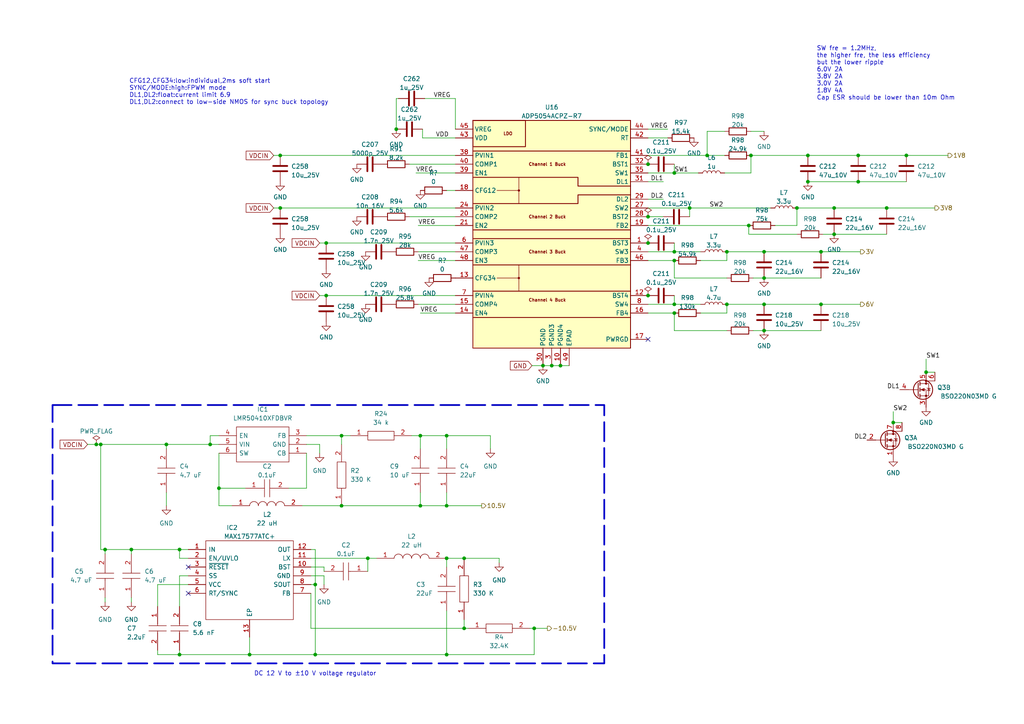
<source format=kicad_sch>
(kicad_sch (version 20230121) (generator eeschema)
  (paper "A4")
  (junction (at 257.175 60.325))
  (junction (at 217.17 65.405))
  (junction (at 221.615 80.645))
  (junction (at 48.26 128.905))
  (junction (at 121.92 146.685))
  (junction (at 195.58 88.265))
  (junction (at 221.615 88.265))
  (junction (at 99.06 126.365))
  (junction (at 221.615 95.885))
  (junction (at 205.105 45.085))
  (junction (at 248.92 45.085))
  (junction (at 210.82 88.265))
  (junction (at 29.21 128.905))
  (junction (at 81.28 60.325))
  (junction (at 195.58 50.165))
  (junction (at 195.58 90.805))
  (junction (at 162.56 106.045))
  (junction (at 106.68 161.925))
  (junction (at 221.615 73.025))
  (junction (at 134.62 161.925))
  (junction (at 234.315 45.085))
  (junction (at 94.615 70.485))
  (junction (at 81.28 45.085))
  (junction (at 217.805 45.085))
  (junction (at 187.96 47.625))
  (junction (at 195.58 73.025))
  (junction (at 99.06 146.685))
  (junction (at 60.96 128.905))
  (junction (at 187.96 62.865))
  (junction (at 129.54 146.685))
  (junction (at 238.125 88.265))
  (junction (at 27.94 128.905))
  (junction (at 63.5 141.605))
  (junction (at 210.82 73.025))
  (junction (at 268.605 107.95))
  (junction (at 187.96 85.725))
  (junction (at 52.07 189.865))
  (junction (at 231.14 60.325))
  (junction (at 30.48 159.385))
  (junction (at 91.44 169.545))
  (junction (at 52.07 159.385))
  (junction (at 129.54 189.865))
  (junction (at 234.315 52.705))
  (junction (at 91.44 189.865))
  (junction (at 241.935 67.945))
  (junction (at 129.54 126.365))
  (junction (at 195.58 75.565))
  (junction (at 157.48 106.045))
  (junction (at 160.02 106.045))
  (junction (at 238.125 73.025))
  (junction (at 259.08 122.555))
  (junction (at 248.92 52.705))
  (junction (at 114.935 37.465))
  (junction (at 134.62 182.245))
  (junction (at 38.1 159.385))
  (junction (at 72.39 189.865))
  (junction (at 262.89 45.085))
  (junction (at 187.96 70.485))
  (junction (at 129.54 161.925))
  (junction (at 200.025 60.325))
  (junction (at 94.615 85.725))
  (junction (at 154.94 182.245))
  (junction (at 121.92 126.365))
  (junction (at 241.935 60.325))
  (no_connect (at 187.96 98.425))
  (no_connect (at 54.61 172.085))
  (no_connect (at 54.61 164.465))
  (wire (pts (xy 29.21 159.385) (xy 30.48 159.385)))
  (wire (pts (xy 195.58 95.885) (xy 210.82 95.885)))
  (wire (pts (xy 241.935 67.945) (xy 257.175 67.945)))
  (wire (pts (xy 38.1 173.355) (xy 38.1 174.625)))
  (wire (pts (xy 27.94 128.905) (xy 29.21 128.905)))
  (wire (pts (xy 30.48 159.385) (xy 30.48 160.655)))
  (wire (pts (xy 121.92 126.365) (xy 121.92 130.175)))
  (wire (pts (xy 241.935 60.325) (xy 257.175 60.325)))
  (wire (pts (xy 187.96 88.265) (xy 195.58 88.265)))
  (wire (pts (xy 54.61 169.545) (xy 45.72 169.545)))
  (wire (pts (xy 259.08 122.555) (xy 261.62 122.555)))
  (wire (pts (xy 187.96 40.005) (xy 193.675 40.005)))
  (wire (pts (xy 195.58 85.725) (xy 195.58 88.265)))
  (wire (pts (xy 106.68 161.925) (xy 109.22 161.925)))
  (wire (pts (xy 187.96 73.025) (xy 195.58 73.025)))
  (wire (pts (xy 45.72 189.865) (xy 52.07 189.865)))
  (wire (pts (xy 160.02 106.045) (xy 162.56 106.045)))
  (wire (pts (xy 60.96 126.365) (xy 60.96 128.905)))
  (wire (pts (xy 205.105 38.1) (xy 210.185 38.1)))
  (wire (pts (xy 210.82 73.025) (xy 210.82 75.565)))
  (wire (pts (xy 187.96 57.785) (xy 192.405 57.785)))
  (wire (pts (xy 122.555 40.005) (xy 132.08 40.005)))
  (wire (pts (xy 94.615 70.485) (xy 132.08 70.485)))
  (wire (pts (xy 221.615 88.265) (xy 238.125 88.265)))
  (wire (pts (xy 132.08 28.575) (xy 132.08 37.465)))
  (wire (pts (xy 195.58 70.485) (xy 195.58 73.025)))
  (wire (pts (xy 218.44 80.645) (xy 221.615 80.645)))
  (wire (pts (xy 91.44 189.865) (xy 129.54 189.865)))
  (wire (pts (xy 81.28 60.325) (xy 132.08 60.325)))
  (wire (pts (xy 93.98 167.005) (xy 93.98 169.545)))
  (wire (pts (xy 88.9 128.905) (xy 92.71 128.905)))
  (wire (pts (xy 38.1 160.655) (xy 38.1 159.385)))
  (wire (pts (xy 83.82 141.605) (xy 88.9 141.605)))
  (wire (pts (xy 91.44 159.385) (xy 91.44 169.545)))
  (wire (pts (xy 224.79 65.405) (xy 231.14 65.405)))
  (wire (pts (xy 187.96 75.565) (xy 195.58 75.565)))
  (wire (pts (xy 29.21 128.905) (xy 48.26 128.905)))
  (wire (pts (xy 38.1 159.385) (xy 52.07 159.385)))
  (wire (pts (xy 63.5 126.365) (xy 60.96 126.365)))
  (wire (pts (xy 63.5 146.685) (xy 67.31 146.685)))
  (wire (pts (xy 238.76 67.945) (xy 241.935 67.945)))
  (wire (pts (xy 238.125 73.025) (xy 249.555 73.025)))
  (wire (pts (xy 129.54 126.365) (xy 142.24 126.365)))
  (wire (pts (xy 187.96 52.705) (xy 192.405 52.705)))
  (wire (pts (xy 259.08 119.38) (xy 259.08 122.555)))
  (wire (pts (xy 187.96 65.405) (xy 217.17 65.405)))
  (wire (pts (xy 119.38 126.365) (xy 121.92 126.365)))
  (wire (pts (xy 203.2 90.805) (xy 210.82 90.805)))
  (wire (pts (xy 52.07 161.925) (xy 54.61 161.925)))
  (wire (pts (xy 121.92 90.805) (xy 132.08 90.805)))
  (wire (pts (xy 90.17 159.385) (xy 91.44 159.385)))
  (wire (pts (xy 45.72 169.545) (xy 45.72 175.895)))
  (wire (pts (xy 248.92 52.705) (xy 262.89 52.705)))
  (wire (pts (xy 129.54 55.245) (xy 132.08 55.245)))
  (wire (pts (xy 217.805 45.085) (xy 234.315 45.085)))
  (wire (pts (xy 129.54 189.865) (xy 154.94 189.865)))
  (wire (pts (xy 210.185 50.165) (xy 217.805 50.165)))
  (wire (pts (xy 218.44 95.885) (xy 221.615 95.885)))
  (wire (pts (xy 195.58 75.565) (xy 195.58 80.645)))
  (wire (pts (xy 92.71 128.905) (xy 92.71 131.445)))
  (wire (pts (xy 121.285 75.565) (xy 132.08 75.565)))
  (wire (pts (xy 121.92 126.365) (xy 129.54 126.365)))
  (wire (pts (xy 238.125 88.265) (xy 249.555 88.265)))
  (wire (pts (xy 121.285 88.265) (xy 132.08 88.265)))
  (wire (pts (xy 63.5 141.605) (xy 71.12 141.605)))
  (wire (pts (xy 48.26 130.175) (xy 48.26 128.905)))
  (wire (pts (xy 122.555 37.465) (xy 122.555 40.005)))
  (wire (pts (xy 195.58 80.645) (xy 210.82 80.645)))
  (wire (pts (xy 99.06 126.365) (xy 101.6 126.365)))
  (wire (pts (xy 60.96 128.905) (xy 63.5 128.905)))
  (wire (pts (xy 79.375 60.325) (xy 81.28 60.325)))
  (wire (pts (xy 144.78 163.195) (xy 144.78 161.925)))
  (wire (pts (xy 142.24 130.175) (xy 142.24 126.365)))
  (wire (pts (xy 90.17 161.925) (xy 106.68 161.925)))
  (wire (pts (xy 187.96 62.865) (xy 192.405 62.865)))
  (wire (pts (xy 91.44 169.545) (xy 91.44 189.865)))
  (wire (pts (xy 63.5 131.445) (xy 63.5 141.605)))
  (wire (pts (xy 187.96 50.165) (xy 195.58 50.165)))
  (wire (pts (xy 52.07 189.865) (xy 52.07 188.595)))
  (wire (pts (xy 234.315 45.085) (xy 248.92 45.085)))
  (wire (pts (xy 221.615 95.885) (xy 238.125 95.885)))
  (wire (pts (xy 200.025 60.325) (xy 223.52 60.325)))
  (wire (pts (xy 217.17 65.405) (xy 217.17 67.945)))
  (wire (pts (xy 29.21 159.385) (xy 29.21 128.905)))
  (wire (pts (xy 262.89 45.085) (xy 274.955 45.085)))
  (wire (pts (xy 121.92 142.875) (xy 121.92 146.685)))
  (wire (pts (xy 54.61 167.005) (xy 52.07 167.005)))
  (wire (pts (xy 129.54 130.175) (xy 129.54 126.365)))
  (wire (pts (xy 52.07 167.005) (xy 52.07 175.895)))
  (wire (pts (xy 268.605 107.95) (xy 271.145 107.95)))
  (wire (pts (xy 203.2 75.565) (xy 210.82 75.565)))
  (wire (pts (xy 120.65 50.165) (xy 132.08 50.165)))
  (wire (pts (xy 210.82 88.265) (xy 210.82 90.805)))
  (wire (pts (xy 195.58 47.625) (xy 195.58 50.165)))
  (wire (pts (xy 134.62 161.925) (xy 144.78 161.925)))
  (wire (pts (xy 129.54 146.685) (xy 139.7 146.685)))
  (wire (pts (xy 90.17 169.545) (xy 91.44 169.545)))
  (wire (pts (xy 90.17 167.005) (xy 93.98 167.005)))
  (wire (pts (xy 154.305 106.045) (xy 157.48 106.045)))
  (wire (pts (xy 121.92 146.685) (xy 129.54 146.685)))
  (wire (pts (xy 106.68 165.735) (xy 106.68 161.925)))
  (wire (pts (xy 205.105 45.085) (xy 210.185 45.085)))
  (wire (pts (xy 90.17 182.245) (xy 134.62 182.245)))
  (wire (pts (xy 154.94 182.245) (xy 154.94 189.865)))
  (wire (pts (xy 153.67 182.245) (xy 154.94 182.245)))
  (wire (pts (xy 200.025 60.325) (xy 200.025 62.865)))
  (wire (pts (xy 162.56 106.045) (xy 165.1 106.045)))
  (wire (pts (xy 134.62 182.245) (xy 135.89 182.245)))
  (wire (pts (xy 231.14 60.325) (xy 231.14 65.405)))
  (wire (pts (xy 195.58 73.025) (xy 203.2 73.025)))
  (wire (pts (xy 195.58 88.265) (xy 203.2 88.265)))
  (wire (pts (xy 79.375 45.085) (xy 81.28 45.085)))
  (wire (pts (xy 248.92 45.085) (xy 262.89 45.085)))
  (wire (pts (xy 187.96 60.325) (xy 200.025 60.325)))
  (wire (pts (xy 72.39 189.865) (xy 72.39 184.785)))
  (wire (pts (xy 221.615 73.025) (xy 238.125 73.025)))
  (wire (pts (xy 99.06 126.365) (xy 99.06 128.905)))
  (wire (pts (xy 81.28 45.085) (xy 132.08 45.085)))
  (wire (pts (xy 118.745 62.865) (xy 132.08 62.865)))
  (wire (pts (xy 114.935 28.575) (xy 114.935 37.465)))
  (wire (pts (xy 87.63 146.685) (xy 99.06 146.685)))
  (wire (pts (xy 121.285 65.405) (xy 132.08 65.405)))
  (wire (pts (xy 45.72 188.595) (xy 45.72 189.865)))
  (wire (pts (xy 25.4 128.905) (xy 27.94 128.905)))
  (wire (pts (xy 93.98 164.465) (xy 93.98 165.735)))
  (wire (pts (xy 94.615 85.725) (xy 132.08 85.725)))
  (wire (pts (xy 157.48 106.045) (xy 160.02 106.045)))
  (wire (pts (xy 92.71 70.485) (xy 94.615 70.485)))
  (wire (pts (xy 129.54 177.165) (xy 129.54 189.865)))
  (wire (pts (xy 123.19 28.575) (xy 132.08 28.575)))
  (wire (pts (xy 63.5 141.605) (xy 63.5 146.685)))
  (wire (pts (xy 129.54 161.925) (xy 129.54 164.465)))
  (wire (pts (xy 88.9 126.365) (xy 99.06 126.365)))
  (wire (pts (xy 154.94 182.245) (xy 158.75 182.245)))
  (wire (pts (xy 52.07 189.865) (xy 72.39 189.865)))
  (wire (pts (xy 134.62 179.705) (xy 134.62 182.245)))
  (wire (pts (xy 210.82 88.265) (xy 221.615 88.265)))
  (wire (pts (xy 52.07 159.385) (xy 52.07 161.925)))
  (wire (pts (xy 187.96 37.465) (xy 193.675 37.465)))
  (wire (pts (xy 257.175 60.325) (xy 271.145 60.325)))
  (wire (pts (xy 99.06 146.685) (xy 121.92 146.685)))
  (wire (pts (xy 195.58 50.165) (xy 202.565 50.165)))
  (wire (pts (xy 217.805 45.085) (xy 217.805 50.165)))
  (wire (pts (xy 52.07 159.385) (xy 54.61 159.385)))
  (wire (pts (xy 48.26 142.875) (xy 48.26 146.685)))
  (wire (pts (xy 231.14 60.325) (xy 241.935 60.325)))
  (wire (pts (xy 187.96 90.805) (xy 195.58 90.805)))
  (wire (pts (xy 72.39 189.865) (xy 91.44 189.865)))
  (wire (pts (xy 121.285 73.025) (xy 132.08 73.025)))
  (wire (pts (xy 129.54 142.875) (xy 129.54 146.685)))
  (wire (pts (xy 90.17 164.465) (xy 93.98 164.465)))
  (wire (pts (xy 30.48 159.385) (xy 38.1 159.385)))
  (wire (pts (xy 90.17 172.085) (xy 90.17 182.245)))
  (wire (pts (xy 187.96 45.085) (xy 205.105 45.085)))
  (wire (pts (xy 88.9 141.605) (xy 88.9 131.445)))
  (wire (pts (xy 205.105 38.1) (xy 205.105 45.085)))
  (wire (pts (xy 210.82 73.025) (xy 221.615 73.025)))
  (wire (pts (xy 92.71 85.725) (xy 94.615 85.725)))
  (wire (pts (xy 268.605 104.14) (xy 268.605 107.95)))
  (wire (pts (xy 221.615 80.645) (xy 238.125 80.645)))
  (wire (pts (xy 114.935 28.575) (xy 115.57 28.575)))
  (wire (pts (xy 217.17 67.945) (xy 231.14 67.945)))
  (wire (pts (xy 129.54 161.925) (xy 134.62 161.925)))
  (wire (pts (xy 118.745 47.625) (xy 132.08 47.625)))
  (wire (pts (xy 234.315 52.705) (xy 248.92 52.705)))
  (wire (pts (xy 30.48 173.355) (xy 30.48 174.625)))
  (wire (pts (xy 48.26 128.905) (xy 60.96 128.905)))
  (wire (pts (xy 217.805 38.1) (xy 221.615 38.1)))
  (wire (pts (xy 195.58 90.805) (xy 195.58 95.885)))
  (rectangle (start 15.24 117.475) (end 175.26 192.405) (stroke (width 0.5) (type dash)))
  (text "SW fre = 1.2MHz,\nthe higher fre, the less efficiency \nbut the lower ripple \n6.0V 2A\n3.8V 2A\n3.0V 2A\n1.8V 4A\nCap ESR should be lower than 10m Ohm" (at 236.855 29.21 0) (effects (font (size 1.27 1.27)) (justify left bottom)))
  (text "CFG12,CFG34:low:individual,2ms soft start\nSYNC/MODE:high:FPWM mode\nDL1,DL2:float:current limit 6.9\nDL1,DL2:connect to low-side NMOS for sync buck topology" (at 37.465 30.48 0) (effects (font (size 1.27 1.27)) (justify left bottom)))
  (text "DC 12 V to ±10 V voltage regulator" (at 73.66 196.215 0) (effects (font (size 1.27 1.27)) (justify left bottom)))
  (label "SW1" (at 268.605 104.14 0))
  (label "VREG" (at 121.92 90.805 0))
  (label "DL2" (at 251.46 127.635 180))
  (label "VREG" (at 120.65 50.165 0))
  (label "DL2" (at 192.405 57.785 180))
  (label "SW1" (at 195.58 50.165 0))
  (label "VREG" (at 121.285 65.405 0))
  (label "DL1" (at 260.985 113.03 180))
  (label "SW2" (at 259.08 119.38 0))
  (label "VDD" (at 126.365 40.005 0))
  (label "VREG" (at 193.675 37.465 180))
  (label "VREG" (at 121.285 75.565 0))
  (label "SW2" (at 205.74 60.325 0))
  (label "VREG" (at 125.73 28.575 0))
  (label "DL1" (at 192.405 52.705 180))
  (global_label "GND" (shape input) (at 154.305 106.045 180) (property "Intersheetrefs" "${INTERSHEET_REFS}" (effects hide)))
  (global_label "VDCIN" (shape input) (at 92.71 85.725 180) (property "Intersheetrefs" "${INTERSHEET_REFS}" (effects hide)))
  (global_label "VDCIN" (shape input) (at 92.71 70.485 180) (property "Intersheetrefs" "${INTERSHEET_REFS}" (effects hide)))
  (global_label "VDCIN" (shape input) (at 79.375 45.085 180) (property "Intersheetrefs" "${INTERSHEET_REFS}" (effects hide)))
  (global_label "VDCIN" (shape input) (at 79.375 60.325 180) (property "Intersheetrefs" "${INTERSHEET_REFS}" (effects hide)))
  (global_label "VDCIN" (shape input) (at 25.4 128.905 180) (property "Intersheetrefs" "${INTERSHEET_REFS}" (effects hide)))
  (hierarchical_label "-10.5V" (shape output) (at 158.75 182.245 0) (property "Intersheetrefs" "${INTERSHEET_REFS}" (effects hide)))
  (hierarchical_label "1V8" (shape output) (at 274.955 45.085 0))
  (hierarchical_label "6V" (shape output) (at 249.555 88.265 0))
  (hierarchical_label "3V" (shape output) (at 249.555 73.025 0))
  (hierarchical_label "3V8" (shape output) (at 271.145 60.325 0))
  (hierarchical_label "10.5V" (shape output) (at 139.7 146.685 0) (property "Intersheetrefs" "${INTERSHEET_REFS}" (effects hide)))
  (symbol (lib_id "RT0402BRD0732K4L:RT0402BRD0732K4L") (at 135.89 182.245 0) (unit 1)
    (property "Reference" "R4" (at 144.78 184.785 0))
    (property "Value" "32.4K" (at 144.78 187.325 0))
    (property "Footprint" "RESC1005X35N" (effects hide))
    (property "Datasheet" "https://www.yageo.com/upload/media/product/productsearch/datasheet/rchip/PYu-RT_1-to-0.01_RoHS_L_15.pdf" (effects hide))
    (property "Description" "32.4 kOhms +/-0.1% 0.063W, 1/16W Chip Resistor 0402 (1005 Metric) Thin Film" (effects hide))
    (property "Height" "0.35" (effects hide))
    (property "Manufacturer_Name" "YAGEO" (effects hide))
    (property "Manufacturer_Part_Number" "RT0402BRD0732K4L" (effects hide))
  )
  (symbol (lib_id "Device:R") (at 214.63 80.645 90) (unit 1)
    (property "Reference" "R98" (at 214.63 76.2 90))
    (property "Value" "20k" (at 214.63 78.74 90))
    (property "Footprint" "Resistor_SMD:R_0603_1608Metric" (effects hide))
    (property "Datasheet" "https://www.mouser.fr/ProductDetail/Bourns/CRT0603-FY-2002ELF?qs=oyIm%2F3giSj49%2F9NnSMmvJQ%3D%3D" (effects hide))
    (property "Part" "CRT0603-FY-2002ELF" (effects hide))
    (property "Dis" "Mouser" (effects hide))
    (property "Man" "Bourns " (effects hide))
    (property "Unitprice" "0.122" (effects hide))
    (property "Description" " Thin Film Resistors - SMD 20k 0603 1/10W 25ppm" (effects hide))
    (instances (project "DACs_Eval" (path "" (reference "R98") (unit 1))) (project "Bread" (path "" (reference "R75") (unit 1))) (project "Bread70" (path "" (reference "R80") (unit 1))))
  )
  (symbol (lib_id "power:PWR_FLAG") (at 187.96 85.725 0) (unit 1)
    (property "Reference" "#FLG09" (effects hide))
    (property "Value" "PWR_FLAG" (effects hide))
  )
  (symbol (lib_id "Device:R") (at 220.98 65.405 90) (unit 1)
    (property "Reference" "R98" (at 220.98 60.96 90))
    (property "Value" "75k" (at 220.98 63.5 90))
    (property "Footprint" "Resistor_SMD:R_0402_1005Metric" (effects hide))
    (property "Datasheet" "https://www.mouser.fr/ProductDetail/Vishay-Dale/TNPW040275K0BEED?qs=WEabXX7UcODhC4x7gCzn4g%3D%3D" (effects hide))
    (property "Part" "TNPW040275K0BEED" (effects hide))
    (property "Dis" "Mouser" (effects hide))
    (property "Man" "Vishay / Dale" (effects hide))
    (property "Unitprice" "0.526" (effects hide))
    (property "Description" "Thin Film Resistors - SMD 75Kohm.1% 25ppm" (effects hide))
    (instances (project "DACs_Eval" (path "" (reference "R98") (unit 1))) (project "Bread" (path "" (reference "R79") (unit 1))) (project "Bread70" (path "" (reference "R82") (unit 1))))
  )
  (symbol (lib_id "Device:R") (at 114.935 62.865 90) (unit 1)
    (property "Reference" "R94" (at 114.935 58.42 90))
    (property "Value" "5.6k" (at 114.935 60.96 90))
    (property "Footprint" "Resistor_SMD:R_0603_1608Metric" (effects hide))
    (property "Datasheet" "https://www.mouser.fr/ProductDetail/KOA-Speer/RN73H1JTTD5601F25?qs=582LK1XNA7JxLggFLuueVg%3D%3D" (effects hide))
    (property "Part" " RN73H1JTTD5601F25 " (effects hide))
    (property "Description" " Thin Film Resistors - SMD 5.6kOhm,0603,1%,25pp " (effects hide))
    (property "Man" "KOA Speer" (effects hide))
    (property "Dis" "Mouser" (effects hide))
    (property "Unitprice" "0.382" (effects hide))
    (instances (project "DACs_Eval" (path "" (reference "R94") (unit 1))) (project "Bread" (path "" (reference "R67") (unit 1))) (project "Bread70" (path "" (reference "R68") (unit 1))))
  )
  (symbol (lib_id "LMR50410XFDBVR:LMR50410XFDBVR") (at 88.9 131.445 180) (unit 1)
    (property "Reference" "IC1" (at 76.2 118.745 0))
    (property "Value" "LMR50410XFDBVR" (at 76.2 121.285 0))
    (property "Footprint" "SOT95P280X145-6N" (effects hide))
    (property "Datasheet" "https://www.ti.com/lit/ds/symlink/lmr50410.pdf?ts=1614072497398&ref_url=https%253A%252F%252Fwww.mouser.de%252F" (effects hide))
    (property "Description" "Simple Switcher 4-V To 36-V, 1-A Buck Converter In SOT-23-6 Package" (effects hide))
    (property "Height" "1.45" (effects hide))
    (property "Mouser Part Number" "595-LMR50410XFDBVR" (effects hide))
    (property "Mouser Price/Stock" "https://www.mouser.co.uk/ProductDetail/Texas-Instruments/LMR50410XFDBVR?qs=81r%252BiQLm7BS8rTEbBMRIqw%3D%3D" (effects hide))
    (property "Manufacturer_Name" "Texas Instruments" (effects hide))
    (property "Manufacturer_Part_Number" "LMR50410XFDBVR" (effects hide))
  )
  (symbol (lib_id "GRM155C61E475ME15J:GRM155C61E475ME15J") (at 38.1 173.355 90) (unit 1)
    (property "Reference" "C6" (at 41.91 165.735 90) (effects (justify right)))
    (property "Value" "4.7 uF" (at 41.91 168.275 90) (effects (justify right)))
    (property "Footprint" "CAPC1005X55N" (effects hide))
    (property "Datasheet" "http://www.murata.com/~/media/webrenewal/support/library/catalog/products/capacitor/mlcc/c02e.pdf" (effects hide))
    (property "Description" "Multilayer Ceramic Capacitors MLCC - SMD/SMT 25VDC 4.7F 20% X5S" (effects hide))
    (property "Height" "0.55" (effects hide))
    (property "Mouser Part Number" "81-GRM15C61E475ME15J" (effects hide))
    (property "Mouser Price/Stock" "https://www.mouser.co.uk/ProductDetail/Murata-Electronics/GRM155C61E475ME15J?qs=By6Nw2ByBD02p8xq06vhEQ%3D%3D" (effects hide))
    (property "Manufacturer_Name" "Murata Electronics" (effects hide))
    (property "Manufacturer_Part_Number" "GRM155C61E475ME15J" (effects hide))
  )
  (symbol (lib_id "power:GND") (at 221.615 95.885 0) (unit 1)
    (property "Reference" "#PWR0151" (effects hide))
    (property "Value" "GND" (at 221.615 100.33 0))
    (instances (project "DACs_Eval" (path "" (reference "#PWR0151") (unit 1))) (project "Bread" (path "" (reference "#PWR0130") (unit 1))) (project "Bread70" (path "" (reference "#PWR0142") (unit 1))))
  )
  (symbol (lib_id "Device:C") (at 234.315 48.895 0) (unit 1)
    (property "Reference" "C212" (at 237.49 48.26 0) (effects (justify left)))
    (property "Value" "47u_10V" (at 237.49 50.8 0) (effects (justify left)))
    (property "Footprint" "Capacitor_SMD:C_1210_3225Metric" (effects hide))
    (property "Datasheet" "https://www.mouser.fr/ProductDetail/KEMET/C1210C476K8RACTU?qs=HXFqYaX1Q2zcoscW6iNWPA%3D%3D" (effects hide))
    (property "Part" " C1210C476K8RACTU " (effects hide))
    (property "Description" " Multilayer Ceramic Capacitors MLCC - SMD/SMT 10V 47uF X7R 1210 10%" (effects hide))
    (property "Man" "KEMET" (effects hide))
    (property "Dis" "Mouser" (effects hide))
    (property "Unitprice" "3.4" (effects hide))
    (instances (project "DACs_Eval" (path "" (reference "C212") (unit 1))) (project "Bread" (path "" (reference "C204") (unit 1))) (project "Bread70" (path "" (reference "C207") (unit 1))))
  )
  (symbol (lib_id "GRM21BR61E106KA73K:GRM21BR61E106KA73K") (at 121.92 142.875 90) (unit 1)
    (property "Reference" "C9" (at 113.03 135.255 90) (effects (justify right)))
    (property "Value" "10 uF" (at 113.03 137.795 90) (effects (justify right)))
    (property "Footprint" "CAPC2012X145N" (effects hide))
    (property "Datasheet" "http://www.murata.com/~/media/webrenewal/support/library/catalog/products/capacitor/mlcc/c02e.pdf" (effects hide))
    (property "Description" "Capacitor GRM21_0.15 L=2.0mm W=1.25mm T=1.25mm" (effects hide))
    (property "Height" "1.45" (effects hide))
    (property "Mouser Part Number" "81-GRM21BR61E106KA3K" (effects hide))
    (property "Mouser Price/Stock" "https://www.mouser.co.uk/ProductDetail/Murata-Electronics/GRM21BR61E106KA73K?qs=hNud%2FORuBR1gmy53p902Zw%3D%3D" (effects hide))
    (property "Manufacturer_Name" "Murata Electronics" (effects hide))
    (property "Manufacturer_Part_Number" "GRM21BR61E106KA73K" (effects hide))
  )
  (symbol (lib_id "Device:R") (at 199.39 75.565 90) (unit 1)
    (property "Reference" "R98" (at 199.39 71.12 90))
    (property "Value" "54.9k" (at 199.39 73.66 90))
    (property "Footprint" "Resistor_SMD:R_0402_1005Metric" (effects hide))
    (property "Datasheet" "https://www.mouser.fr/ProductDetail/TE-Connectivity-Holsworthy/RP73PF1E54K9BTDF?qs=r5DSvlrkXmJt%252B1aR3dbhdw%3D%3D" (effects hide))
    (property "Part" "RP73PF1E54K9BTDF" (effects hide))
    (property "Dis" "Mouser" (effects hide))
    (property "Man" "TE Connectivity / Holsworthy" (effects hide))
    (property "Unitprice" "0.517" (effects hide))
    (property "Description" "Thin Film Resistors - SMD HP PrecisionResistor 1E 0.1W 54K9" (effects hide))
    (instances (project "DACs_Eval" (path "" (reference "R98") (unit 1))) (project "Bread" (path "" (reference "R73") (unit 1))) (project "Bread70" (path "" (reference "R76") (unit 1))))
  )
  (symbol (lib_id "MAX17577ATC+:MAX17577ATC+") (at 54.61 159.385 0) (unit 1)
    (property "Reference" "IC2" (at 67.31 153.035 0))
    (property "Value" "MAX17577ATC+" (at 72.39 155.575 0))
    (property "Footprint" "SON50P300X300X80-13N" (effects hide))
    (property "Datasheet" "https://datasheets.maximintegrated.com/en/ds/MAX17577-MAX17578.pdf" (effects hide))
    (property "Description" "1A High-Efficiency, Synchronous, 4.5V to 60V, Inverting Output DC-DC Converter, 12 TDFN 3mm x 3mm" (effects hide))
    (property "Height" "0.8" (effects hide))
    (property "Mouser Part Number" "700-MAX17577ATC+" (effects hide))
    (property "Mouser Price/Stock" "https://www.mouser.co.uk/ProductDetail/Analog-Devices-Maxim-Integrated/MAX17577ATC%2b?qs=eP2BKZSCXI6GRnD3M2riQA%3D%3D" (effects hide))
    (property "Manufacturer_Name" "Analog Devices" (effects hide))
    (property "Manufacturer_Part_Number" "MAX17577ATC+" (effects hide))
  )
  (symbol (lib_id "GRM155R61E225KE11J:GRM155R61E225KE11J") (at 45.72 175.895 270) (unit 1)
    (property "Reference" "C7" (at 36.83 182.245 90) (effects (justify left)))
    (property "Value" "2.2uF" (at 36.83 184.785 90) (effects (justify left)))
    (property "Footprint" "CAPC1005X55N" (effects hide))
    (property "Datasheet" "http://www.murata.com/~/media/webrenewal/support/library/catalog/products/capacitor/mlcc/c02e.pdf" (effects hide))
    (property "Description" "Capacitor GRM15_0.20 L=1.0mm W=0.5mm T=0.5mm" (effects hide))
    (property "Height" "0.55" (effects hide))
    (property "Mouser Part Number" "81-GRM155R61E225KE1J" (effects hide))
    (property "Mouser Price/Stock" "https://www.mouser.co.uk/ProductDetail/Murata-Electronics/GRM155R61E225KE11J?qs=hNud%2FORuBR06C%252Bqc4RmIYw%3D%3D" (effects hide))
    (property "Manufacturer_Name" "Murata Electronics" (effects hide))
    (property "Manufacturer_Part_Number" "GRM155R61E225KE11J" (effects hide))
  )
  (symbol (lib_id "Device:R") (at 197.485 40.005 270) (unit 1)
    (property "Reference" "R97" (at 197.485 35.56 90))
    (property "Value" "15.4k" (at 197.485 38.1 90))
    (property "Footprint" "Resistor_SMD:R_0402_1005Metric" (effects hide))
    (property "Datasheet" "https://www.mouser.fr/ProductDetail/Vishay-Dale/TNPW040215K4BEED?qs=wTZ%2FFzl837ZX0bqriX%2F3DA%3D%3D" (effects hide))
    (property "Part" "TNPW040215K4BEED" (effects hide))
    (property "Dis" "Mouser" (effects hide))
    (property "Unitprice" "0.545" (effects hide))
    (property "Description" "Thin Film Resistors - SMD 15.4Kohms .1% 25ppm 1/10W" (effects hide))
    (property "Man" "Vishay / Dale" (effects hide))
    (instances (project "DACs_Eval" (path "" (reference "R97") (unit 1))) (project "Bread" (path "" (reference "R72") (unit 1))) (project "Bread70" (path "" (reference "R75") (unit 1))))
  )
  (symbol (lib_id "Device:C") (at 119.38 28.575 90) (unit 1)
    (property "Reference" "C262" (at 119.38 22.86 90))
    (property "Value" "1u_25V" (at 119.38 25.4 90))
    (property "Footprint" "Capacitor_SMD:C_0603_1608Metric" (effects hide))
    (property "Datasheet" "https://www.mouser.fr/ProductDetail/TAIYO-YUDEN/TMK107B7105KA-T?qs=PzICbMaShUfoHRKdwm1IMg%3D%3D" (effects hide))
    (property "Part" "TMK107B7105KA-T" (effects hide))
    (property "Dis" "Mouser" (effects hide))
    (property "Unitprice" "0.094" (effects hide))
    (property "Description" " Multilayer Ceramic Capacitors MLCC - SMD/SMT 0603 25VDC 1uF 10% X7R " (effects hide))
    (property "Man" "Taiyo Yuden " (effects hide))
    (instances (project "Bread" (path "" (reference "C262") (unit 1)) (path "" (reference "C197") (unit 1))) (project "Bread70" (path "" (reference "C196") (unit 1))))
  )
  (symbol (lib_id "Device:L") (at 207.01 88.265 90) (unit 1)
    (property "Reference" "L7" (at 207.01 83.82 90))
    (property "Value" "4.7u" (at 207.01 86.36 90))
    (property "Footprint" "Inductor_SMD:L_Coilcraft_XAL5030-XXX" (effects hide))
    (property "Datasheet" "https://www.mouser.fr/ProductDetail/Coilcraft/XAL5030-472MEC?qs=zCSbvcPd3pYSK15J3LVNwA%3D%3D" (effects hide))
    (property "Part" " XAL5030-472MEC" (effects hide))
    (property "Man" "Coilcraft" (effects hide))
    (property "Dis" "Mouser" (effects hide))
    (property "Description" "  Power Inductors - SMD 4.7uH Shld 20% 5.9A 36mOhms AECQ2" (effects hide))
    (property "Unitprice" "2.71" (effects hide))
    (instances (project "DACs_Eval" (path "" (reference "L7") (unit 1))) (project "Bread" (path "" (reference "L4") (unit 1))) (project "Bread70" (path "" (reference "L7") (unit 1))))
  )
  (symbol (lib_id "Device:L") (at 207.01 73.025 90) (unit 1)
    (property "Reference" "L7" (at 207.01 68.58 90))
    (property "Value" "3.3u" (at 207.01 71.12 90))
    (property "Footprint" "Inductor_SMD:L_Coilcraft_XAL5030-XXX" (effects hide))
    (property "Datasheet" "https://www.mouser.fr/ProductDetail/Coilcraft/XAL5030-332MEC?qs=zCSbvcPd3pYGD73YPsvPxA%3D%3D" (effects hide))
    (property "Part" " XAL5030-332MEC" (effects hide))
    (property "Man" "Coilcraft" (effects hide))
    (property "Dis" "Mouser" (effects hide))
    (property "Description" " Power Inductors - SMD 3.3uH Shld 20% 8.1A 23.3mOhms AECQ2 " (effects hide))
    (property "Unitprice" "2.71" (effects hide))
    (instances (project "DACs_Eval" (path "" (reference "L7") (unit 1))) (project "Bread" (path "" (reference "L4") (unit 1))) (project "Bread70" (path "" (reference "L6") (unit 1))))
  )
  (symbol (lib_id "RP73PF1E34KBTD:RP73PF1E34KBTD") (at 101.6 126.365 0) (unit 1)
    (property "Reference" "R24" (at 110.49 120.015 0))
    (property "Value" "34 k" (at 110.49 122.555 0))
    (property "Footprint" "RESC1005X35N" (effects hide))
    (property "Datasheet" "https://www.te.com/commerce/DocumentDelivery/DDEController?Action=showdoc&DocId=Customer+Drawing%7F2176307%7FA%7Fpdf%7FEnglish%7FENG_CD_2176307_A.pdf%7F4-2176307-3" (effects hide))
    (property "Description" "34 kOhms +/-0.1% 0.1W, 1/10W Chip Resistor 0402 (1005 Metric) Thin Film" (effects hide))
    (property "Height" "0.35" (effects hide))
    (property "Manufacturer_Name" "TE Connectivity" (effects hide))
    (property "Manufacturer_Part_Number" "RP73PF1E34KBTD" (effects hide))
  )
  (symbol (lib_id "Device:R") (at 199.39 90.805 90) (unit 1)
    (property "Reference" "R98" (at 199.39 86.36 90))
    (property "Value" "130k" (at 199.39 88.9 90))
    (property "Footprint" "Resistor_SMD:R_0402_1005Metric" (effects hide))
    (property "Datasheet" "https://www.mouser.fr/ProductDetail/TE-Connectivity-AMP/RP73PF1E130KBTDF?qs=r5DSvlrkXmIECW7vLLcSgg%3D%3D" (effects hide))
    (property "Part" "RP73PF1E130KBTDF" (effects hide))
    (property "Dis" "Mouser" (effects hide))
    (property "Man" "TE Connectivity / AMP" (effects hide))
    (property "Unitprice" "0.517" (effects hide))
    (property "Description" "Thin Film Resistors - SMD HP PrecisionResistor 1E 0.1W 130K" (effects hide))
    (instances (project "DACs_Eval" (path "" (reference "R98") (unit 1))) (project "Bread" (path "" (reference "R74") (unit 1))) (project "Bread70" (path "" (reference "R77") (unit 1))))
  )
  (symbol (lib_id "power:PWR_FLAG") (at 187.96 62.865 0) (unit 1)
    (property "Reference" "#FLG011" (effects hide))
    (property "Value" "PWR_FLAG" (effects hide))
  )
  (symbol (lib_id "power:GND") (at 114.935 37.465 0) (unit 1)
    (property "Reference" "#PWR0136" (effects hide))
    (property "Value" "GND" (at 114.935 41.91 0))
    (instances (project "DACs_Eval" (path "" (reference "#PWR0136") (unit 1))) (project "Bread" (path "" (reference "#PWR0119") (unit 1))) (project "Bread70" (path "" (reference "#PWR0131") (unit 1))))
  )
  (symbol (lib_id "Device:R") (at 117.475 88.265 90) (unit 1)
    (property "Reference" "R96" (at 117.475 83.82 90))
    (property "Value" "25.8k" (at 117.475 86.36 90))
    (property "Footprint" "Resistor_SMD:R_0603_1608Metric" (effects hide))
    (property "Datasheet" "https://www.mouser.fr/ProductDetail/YAGEO/RT0603BRD0725K8L?qs=1391PzFVEGh%252B3zrQQnHh9Q%3D%3D" (effects hide))
    (property "Part" " RT0603BRD0725K8L " (effects hide))
    (property "Man" "YAGEO" (effects hide))
    (property "Description" " Thin Film Resistors - SMD 1/10W 25.8K ohm .1% 25ppm " (effects hide))
    (property "Dis" "Mouser" (effects hide))
    (property "Unitprice" "0.32" (effects hide))
    (instances (project "DACs_Eval" (path "" (reference "R96") (unit 1))) (project "Bread" (path "" (reference "R69") (unit 1))) (project "Bread70" (path "" (reference "R70") (unit 1))))
  )
  (symbol (lib_id "Device:R") (at 114.935 47.625 90) (unit 1)
    (property "Reference" "R91" (at 114.935 43.18 90))
    (property "Value" "8.2k" (at 114.935 45.72 90))
    (property "Footprint" "Resistor_SMD:R_0603_1608Metric" (effects hide))
    (property "Datasheet" "https://www.mouser.fr/ProductDetail/YAGEO/RT0603FRD078K2L?qs=k2KEx2DUIRQsynTIS%252B14Mw%3D%3D" (effects hide))
    (property "Part" " RT0603FRD078K2L " (effects hide))
    (property "Description" " Thin Film Resistors - SMD " (effects hide))
    (property "Man" "Yageo" (effects hide))
    (property "Dis" "Mouser" (effects hide))
    (property "Unitprice" "0.132" (effects hide))
    (instances (project "DACs_Eval" (path "" (reference "R91") (unit 1))) (project "Bread" (path "" (reference "R66") (unit 1))) (project "Bread70" (path "" (reference "R67") (unit 1))))
  )
  (symbol (lib_id "CM105X5R226M16AT:CM105X5R226M16AT") (at 129.54 177.165 90) (unit 1)
    (property "Reference" "C3" (at 120.65 169.545 90) (effects (justify right)))
    (property "Value" "22uF" (at 120.65 172.085 90) (effects (justify right)))
    (property "Footprint" "CAPC1608X100N" (effects hide))
    (property "Datasheet" "https://www.mouser.de/datasheet/2/40/Kyocera_AVX_Components_CT_Series_e-2933596.pdf" (effects hide))
    (property "Description" "Multilayer Ceramic Capacitors MLCC - SMD/SMT 16V 22uF X5R 0603 4mm Pitch 20%" (effects hide))
    (property "Height" "1" (effects hide))
    (property "Mouser Part Number" "581-CM105X5R226M16AT" (effects hide))
    (property "Mouser Price/Stock" "https://www.mouser.co.uk/ProductDetail/KYOCERA-AVX/CM105X5R226M16AT?qs=MyNHzdoqoQKX6cMyStcF%2FA%3D%3D" (effects hide))
    (property "Manufacturer_Name" "KYOCERA" (effects hide))
    (property "Manufacturer_Part_Number" "CM105X5R226M16AT" (effects hide))
  )
  (symbol (lib_id "Device:R") (at 213.995 38.1 90) (unit 1)
    (property "Reference" "R98" (at 213.995 33.655 90))
    (property "Value" "20k" (at 213.995 36.195 90))
    (property "Footprint" "Resistor_SMD:R_0603_1608Metric" (effects hide))
    (property "Datasheet" "https://www.mouser.fr/ProductDetail/Bourns/CRT0603-FY-2002ELF?qs=oyIm%2F3giSj49%2F9NnSMmvJQ%3D%3D" (effects hide))
    (property "Part" "CRT0603-FY-2002ELF" (effects hide))
    (property "Dis" "Mouser" (effects hide))
    (property "Man" "Bourns " (effects hide))
    (property "Unitprice" "0.122" (effects hide))
    (property "Description" " Thin Film Resistors - SMD 20k 0603 1/10W 25ppm" (effects hide))
    (instances (project "DACs_Eval" (path "" (reference "R98") (unit 1))) (project "Bread" (path "" (reference "R75") (unit 1))) (project "Bread70" (path "" (reference "R78") (unit 1))))
  )
  (symbol (lib_id "power:GND") (at 94.615 93.345 0) (unit 1)
    (property "Reference" "#PWR0141" (effects hide))
    (property "Value" "GND" (at 94.615 97.79 0))
    (instances (project "DACs_Eval" (path "" (reference "#PWR0141") (unit 1))) (project "Bread" (path "" (reference "#PWR070") (unit 1))) (project "Bread70" (path "" (reference "#PWR0124") (unit 1))))
  )
  (symbol (lib_id "Device:C") (at 241.935 64.135 180) (unit 1)
    (property "Reference" "C214" (at 245.11 63.5 0) (effects (justify right)))
    (property "Value" "22u_16V" (at 245.11 66.04 0) (effects (justify right)))
    (property "Footprint" "Capacitor_SMD:C_1210_3225Metric" (effects hide))
    (property "Datasheet" "https://www.mouser.fr/ProductDetail/TAIYO-YUDEN/EMK325B7226KMHP?qs=sBf%2Fb4nBSlcilLRd25%252BpPw%3D%3D" (effects hide))
    (property "Part" "EMK325B7226KMHP" (effects hide))
    (property "Description" "Multilayer Ceramic Capacitors MLCC - SMD/SMT 1210 16VDC 22uF 10% X7R AEC-Q200 " (effects hide))
    (property "Man" "Taiyo Yuden " (effects hide))
    (property "Dis" "Mouser" (effects hide))
    (property "Unitprice" "0.639" (effects hide))
    (instances (project "DACs_Eval" (path "" (reference "C214") (unit 1))) (project "Bread" (path "" (reference "C205") (unit 1))) (project "Bread70" (path "" (reference "C210") (unit 1))))
  )
  (symbol (lib_id "Device:C") (at 196.215 62.865 90) (unit 1)
    (property "Reference" "C211" (at 196.215 56.515 90))
    (property "Value" "0.1u_25V" (at 196.215 59.055 90))
    (property "Footprint" "Capacitor_SMD:C_0603_1608Metric" (effects hide))
    (property "Datasheet" "https://www.mouser.fr/ProductDetail/TAIYO-YUDEN/TMK107B7104KAHT?qs=CNQs48zzdnrXka%2F%2FvxSUzw%3D%3D" (effects hide))
    (property "Part" "TMK107B7104KAHT" (effects hide))
    (property "Dis" "Mouser" (effects hide))
    (property "Unitprice" "0.094" (effects hide))
    (property "Description" " Multilayer Ceramic Capacitors MLCC - SMD/SMT 0603 25VDC 0.1uF 10% X7R AEC-Q200" (effects hide))
    (property "Man" "Taiyo Yuden " (effects hide))
    (instances (project "DACs_Eval" (path "" (reference "C211") (unit 1))) (project "Bread" (path "" (reference "C201") (unit 1))) (project "Bread70" (path "" (reference "C204") (unit 1))))
  )
  (symbol (lib_id "power:GND") (at 221.615 80.645 0) (unit 1)
    (property "Reference" "#PWR0150" (effects hide))
    (property "Value" "GND" (at 221.615 85.09 0))
    (instances (project "DACs_Eval" (path "" (reference "#PWR0150") (unit 1))) (project "Bread" (path "" (reference "#PWR0129") (unit 1))) (project "Bread70" (path "" (reference "#PWR0141") (unit 1))))
  )
  (symbol (lib_id "Device:R") (at 117.475 73.025 90) (unit 1)
    (property "Reference" "R95" (at 117.475 68.58 90))
    (property "Value" "28k" (at 117.475 71.12 90))
    (property "Footprint" "Resistor_SMD:R_0603_1608Metric" (effects hide))
    (property "Datasheet" "https://www.mouser.fr/ProductDetail/YAGEO/RT0603FRE0728KL?qs=0FZ%252BiecfYS03WwdEP5AESw%3D%3D" (effects hide))
    (property "Part" " RT0603FRE0728KL " (effects hide))
    (property "Description" " Thin Film Resistors - SMD 1/10W 28K ohm 1% 50ppm" (effects hide))
    (property "Man" "YAGEO" (effects hide))
    (property "Dis" "Mouser" (effects hide))
    (property "Unitprice" "0.094" (effects hide))
    (instances (project "DACs_Eval" (path "" (reference "R95") (unit 1))) (project "Bread" (path "" (reference "R68") (unit 1))) (project "Bread70" (path "" (reference "R69") (unit 1))))
  )
  (symbol (lib_id "power:GND") (at 124.46 80.645 0) (unit 1)
    (property "Reference" "#PWR0138" (effects hide))
    (property "Value" "GND" (at 124.46 85.09 0))
    (instances (project "DACs_Eval" (path "" (reference "#PWR0138") (unit 1))) (project "Bread" (path "" (reference "#PWR0125") (unit 1))) (project "Bread70" (path "" (reference "#PWR0133") (unit 1))))
  )
  (symbol (lib_id "Device:C") (at 109.855 73.025 90) (unit 1)
    (property "Reference" "C209" (at 109.855 67.31 90))
    (property "Value" "1.7n_25V" (at 109.855 69.85 90))
    (property "Footprint" "Capacitor_SMD:C_0603_1608Metric" (effects hide))
    (property "Datasheet" "~https://www.mouser.fr/ProductDetail/KEMET/C0603C182K3RACTU?qs=B6CmeoZPcKoU7ZWQiQcROg%3D%3D" (effects hide))
    (property "Part" " C0603C182K3RACTU " (effects hide))
    (property "Description" " Multilayer Ceramic Capacitors MLCC - SMD/SMT 25V 1800pF X7R 0603 10%" (effects hide))
    (property "Man" "KEMET" (effects hide))
    (property "Dis" "Mouser" (effects hide))
    (property "Unitprice" "0.301" (effects hide))
    (instances (project "DACs_Eval" (path "" (reference "C209") (unit 1))) (project "Bread" (path "" (reference "C194") (unit 1))) (project "Bread70" (path "" (reference "C193") (unit 1))))
  )
  (symbol (lib_id "Device:R") (at 128.27 80.645 270) (unit 1)
    (property "Reference" "R?" (at 128.27 75.565 90))
    (property "Value" "0" (at 128.27 78.105 90))
    (property "Footprint" "Resistor_SMD:R_0603_1608Metric" (effects hide))
    (property "Datasheet" "https://www.mouser.fr/ProductDetail/YAGEO/AC0603FR-070RL?qs=UoPT7wUmgYIHE8YhvUntLg%3D%3D" (effects hide))
    (property "Description" "Thick Film Resistors - SMD 0 Ohms 100m W 0603% 1% AEC-Q200 Standard Power Version " (effects hide))
    (property "Man" "YAGEO " (effects hide))
    (property "Part" "AC0603FR-070RL" (effects hide))
    (property "Unitprice" "0.094" (effects hide))
    (property "Dis" "Mouser" (effects hide))
    (instances (project "DACs_Eval" (path "" (reference "R?") (unit 1)) (path "" (reference "R2") (unit 1))) (project "Bread" (path "" (reference "R47") (unit 1)) (path "" (reference "R71") (unit 1))) (project "Bread70" (path "" (reference "R72") (unit 1))))
  )
  (symbol (lib_id "Device:L") (at 227.33 60.325 90) (unit 1)
    (property "Reference" "L7" (at 227.33 55.88 90))
    (property "Value" "3.3u" (at 227.33 58.42 90))
    (property "Footprint" "Inductor_SMD:L_Coilcraft_XAL5030-XXX" (effects hide))
    (property "Datasheet" "https://www.mouser.fr/ProductDetail/Coilcraft/XAL5030-332MEC?qs=zCSbvcPd3pYGD73YPsvPxA%3D%3D" (effects hide))
    (property "Part" " XAL5030-332MEC" (effects hide))
    (property "Man" "Coilcraft" (effects hide))
    (property "Dis" "Mouser" (effects hide))
    (property "Description" " Power Inductors - SMD 3.3uH Shld 20% 8.1A 23.3mOhms AECQ2 " (effects hide))
    (property "Unitprice" "2.71" (effects hide))
    (instances (project "DACs_Eval" (path "" (reference "L7") (unit 1))) (project "Bread" (path "" (reference "L4") (unit 1))) (project "Bread70" (path "" (reference "L8") (unit 1))))
  )
  (symbol (lib_id "CC322522A-220K:CC322522A-220K") (at 67.31 146.685 0) (unit 1)
    (property "Reference" "L2" (at 77.47 149.225 0))
    (property "Value" "22 uH" (at 77.47 151.765 0))
    (property "Footprint" "INDM3225X240N" (effects hide))
    (property "Datasheet" "https://www.bourns.com/docs/product-datasheets/cc322522a.pdf" (effects hide))
    (property "Description" "22 H Unshielded Inductor 370 mA 2Ohm Max 1210 (3225 Metric)" (effects hide))
    (property "Height" "2.4" (effects hide))
    (property "Manufacturer_Name" "Bourns" (effects hide))
    (property "Manufacturer_Part_Number" "CC322522A-220K" (effects hide))
    (property "Mouser Part Number" "652-CC322522A-220K" (effects hide))
    (property "Mouser Price/Stock" "https://www.mouser.co.uk/ProductDetail/Bourns/CC322522A-220K?qs=BJlw7L4Cy79%252BfkwUStgyAQ%3D%3D" (effects hide))
    (property "Arrow Part Number" "CC322522A-220K" (effects hide))
    (property "Arrow Price/Stock" "https://www.arrow.com/en/products/cc322522a-220k/bourns?region=nac" (effects hide))
  )
  (symbol (lib_id "power:PWR_FLAG") (at 187.96 70.485 0) (unit 1)
    (property "Reference" "#FLG010" (effects hide))
    (property "Value" "PWR_FLAG" (effects hide))
  )
  (symbol (lib_id "power:GND") (at 268.605 118.11 0) (unit 1)
    (property "Reference" "#PWR0151" (effects hide))
    (property "Value" "GND" (at 268.605 122.555 0))
    (instances (project "DACs_Eval" (path "" (reference "#PWR0151") (unit 1))) (project "Bread" (path "" (reference "#PWR0130") (unit 1))) (project "Bread70" (path "" (reference "#PWR0217") (unit 1))))
  )
  (symbol (lib_id "power:GND") (at 234.315 52.705 0) (unit 1)
    (property "Reference" "#PWR0148" (effects hide))
    (property "Value" "GND" (at 234.315 57.15 0))
    (instances (project "DACs_Eval" (path "" (reference "#PWR0148") (unit 1))) (project "Bread" (path "" (reference "#PWR0131") (unit 1))) (project "Bread70" (path "" (reference "#PWR0143") (unit 1))))
  )
  (symbol (lib_id "Device:C") (at 81.28 48.895 0) (unit 1)
    (property "Reference" "C258" (at 84.455 48.26 0) (effects (justify left)))
    (property "Value" "10u_25V" (at 84.455 50.8 0) (effects (justify left)))
    (property "Footprint" "Capacitor_SMD:C_1206_3216Metric" (effects hide))
    (property "Datasheet" "https://www.mouser.fr/ProductDetail/TAIYO-YUDEN/TMK316AB7106KL-T?qs=CNQs48zzdno60lrsjTLvlg%3D%3D" (effects hide))
    (property "Part" "TMK316AB7106KL-T" (effects hide))
    (property "Dis" "Mouser" (effects hide))
    (property "Unitprice" "0.282" (effects hide))
    (property "Man" "Taiyo Yuden " (effects hide))
    (property "Description" " Multilayer Ceramic Capacitors MLCC - SMD/SMT 1206 25VDC 10uF 10% X7R" (effects hide))
    (instances (project "Bread" (path "" (reference "C258") (unit 1)) (path "" (reference "C188") (unit 1))) (project "Bread70" (path "" (reference "C185") (unit 1))))
  )
  (symbol (lib_id "power:GND") (at 81.28 67.945 0) (unit 1)
    (property "Reference" "#PWR0139" (effects hide))
    (property "Value" "GND" (at 81.28 72.39 0))
    (instances (project "DACs_Eval" (path "" (reference "#PWR0139") (unit 1))) (project "Bread" (path "" (reference "#PWR068") (unit 1))) (project "Bread70" (path "" (reference "#PWR0121") (unit 1))))
  )
  (symbol (lib_id "Device:C") (at 107.315 62.865 90) (unit 1)
    (property "Reference" "C208" (at 107.315 57.15 90))
    (property "Value" "10n_16V" (at 107.315 59.69 90))
    (property "Footprint" "Capacitor_SMD:C_0603_1608Metric" (effects hide))
    (property "Datasheet" "https://www.mouser.fr/ProductDetail/KEMET/C0603C103K4RACTU?qs=cRfsnvmdsa5e61V7CLuLkA%3D%3D" (effects hide))
    (property "Part" " C0603C103K4RACTU " (effects hide))
    (property "Description" " Multilayer Ceramic Capacitors MLCC - SMD/SMT 16V 0.01uF X7R 0603 10%" (effects hide))
    (property "Man" "KEMET" (effects hide))
    (property "Dis" "Mouser" (effects hide))
    (property "Unitprice" "0.094" (effects hide))
    (instances (project "DACs_Eval" (path "" (reference "C208") (unit 1))) (project "Bread" (path "" (reference "C193") (unit 1))) (project "Bread70" (path "" (reference "C192") (unit 1))))
  )
  (symbol (lib_id "power:GND") (at 93.98 169.545 0) (unit 1)
    (property "Reference" "#PWR09" (effects hide))
    (property "Value" "GND" (at 93.98 174.625 0))
  )
  (symbol (lib_id "Regulator_Switching:ADP5054") (at 160.02 57.785 0) (unit 1)
    (property "Reference" "U16" (at 160.02 31.115 0))
    (property "Value" "ADP5054ACPZ-R7" (at 160.02 33.655 0))
    (property "Footprint" "Veriqloud:LFCSP48_7x7_P0.5_EP5.6x5.6_ThermalVias" (effects hide))
    (property "Datasheet" "https://www.analog.com/media/en/technical-documentation/data-sheets/ADP5054.pdf" (effects hide))
    (property "Part" " ADP5054ACPZ-R7" (effects hide))
    (property "Dis" "Mouser" (effects hide))
    (property "Description" " Switching Voltage Regulators 12V uPMU , Multi-channel Power Solution " (effects hide))
    (property "Unitprice" " 12.34" (effects hide))
    (property "Man" " Analog-Devices" (effects hide))
    (instances (project "DACs_Eval" (path "" (reference "U16") (unit 1))) (project "Bread" (path "" (reference "U12") (unit 1))) (project "Bread70" (path "" (reference "U13") (unit 1))))
  )
  (symbol (lib_id "power:GND") (at 48.26 146.685 0) (unit 1)
    (property "Reference" "#PWR01" (effects hide))
    (property "Value" "GND" (at 48.26 151.765 0))
  )
  (symbol (lib_id "Device:Q_Dual_NMOS_S1G1S2G2D2D2D1D1") (at 266.065 113.03 0) (unit 2)
    (property "Reference" "Q3" (at 271.78 112.395 0) (effects (justify left)))
    (property "Value" " BSO220N03MD G" (at 271.78 114.935 0) (effects (justify left)))
    (property "Footprint" "Package_SO:Infineon_PG-DSO-8-43" (effects hide))
    (property "Datasheet" "https://www.mouser.fr/datasheet/2/196/BSO220N03MD_rev1.1-1226026.pdf" (effects hide))
    (property "Part" " BSO220N03MD G" (effects hide))
    (property "Man" "Infenion" (effects hide))
    (property "Dis" "Mouser" (effects hide))
    (property "Unitprice" "0.921" (effects hide))
    (property "Description" " MOSFET N-Ch 30V 7.7A DSO-8 OptiMOS 3M" (effects hide))
  )
  (symbol (lib_id "power:GND") (at 157.48 106.045 0) (unit 1)
    (property "Reference" "#PWR049" (effects hide))
    (property "Value" "GND" (at 157.48 110.49 0))
    (instances (project "DACs_Eval" (path "" (reference "#PWR049") (unit 1))) (project "Bread" (path "" (reference "#PWR0126") (unit 1))) (project "Bread70" (path "" (reference "#PWR0137") (unit 1))))
  )
  (symbol (lib_id "power:GND") (at 144.78 163.195 0) (unit 1)
    (property "Reference" "#PWR010" (effects hide))
    (property "Value" "GND" (at 144.78 168.275 0))
  )
  (symbol (lib_id "Device:C") (at 238.125 76.835 180) (unit 1)
    (property "Reference" "C214" (at 241.3 76.2 0) (effects (justify right)))
    (property "Value" "22u_16V" (at 241.3 78.74 0) (effects (justify right)))
    (property "Footprint" "Capacitor_SMD:C_1210_3225Metric" (effects hide))
    (property "Datasheet" "https://www.mouser.fr/ProductDetail/TAIYO-YUDEN/EMK325B7226KMHP?qs=sBf%2Fb4nBSlcilLRd25%252BpPw%3D%3D" (effects hide))
    (property "Part" "EMK325B7226KMHP" (effects hide))
    (property "Description" "Multilayer Ceramic Capacitors MLCC - SMD/SMT 1210 16VDC 22uF 10% X7R AEC-Q200 " (effects hide))
    (property "Man" "Taiyo Yuden " (effects hide))
    (property "Dis" "Mouser" (effects hide))
    (property "Unitprice" "0.639" (effects hide))
    (instances (project "DACs_Eval" (path "" (reference "C214") (unit 1))) (project "Bread" (path "" (reference "C205") (unit 1))) (project "Bread70" (path "" (reference "C208") (unit 1))))
  )
  (symbol (lib_id "Device:C") (at 221.615 76.835 180) (unit 1)
    (property "Reference" "C214" (at 224.79 76.2 0) (effects (justify right)))
    (property "Value" "22u_16V" (at 224.79 78.74 0) (effects (justify right)))
    (property "Footprint" "Capacitor_SMD:C_1210_3225Metric" (effects hide))
    (property "Datasheet" "https://www.mouser.fr/ProductDetail/TAIYO-YUDEN/EMK325B7226KMHP?qs=sBf%2Fb4nBSlcilLRd25%252BpPw%3D%3D" (effects hide))
    (property "Part" "EMK325B7226KMHP" (effects hide))
    (property "Description" "Multilayer Ceramic Capacitors MLCC - SMD/SMT 1210 16VDC 22uF 10% X7R AEC-Q200 " (effects hide))
    (property "Man" "Taiyo Yuden " (effects hide))
    (property "Dis" "Mouser" (effects hide))
    (property "Unitprice" "0.639" (effects hide))
    (instances (project "DACs_Eval" (path "" (reference "C214") (unit 1))) (project "Bread" (path "" (reference "C205") (unit 1))) (project "Bread70" (path "" (reference "C205") (unit 1))))
  )
  (symbol (lib_id "Device:C") (at 94.615 89.535 0) (unit 1)
    (property "Reference" "C258" (at 97.79 88.9 0) (effects (justify left)))
    (property "Value" "10u_25V" (at 97.79 91.44 0) (effects (justify left)))
    (property "Footprint" "Capacitor_SMD:C_1206_3216Metric" (effects hide))
    (property "Datasheet" "https://www.mouser.fr/ProductDetail/TAIYO-YUDEN/TMK316AB7106KL-T?qs=CNQs48zzdno60lrsjTLvlg%3D%3D" (effects hide))
    (property "Part" "TMK316AB7106KL-T" (effects hide))
    (property "Dis" "Mouser" (effects hide))
    (property "Unitprice" "0.282" (effects hide))
    (property "Man" "Taiyo Yuden " (effects hide))
    (property "Description" " Multilayer Ceramic Capacitors MLCC - SMD/SMT 1206 25VDC 10uF 10% X7R" (effects hide))
    (instances (project "Bread" (path "" (reference "C258") (unit 1)) (path "" (reference "C191") (unit 1))) (project "Bread70" (path "" (reference "C188") (unit 1))))
  )
  (symbol (lib_id "CC0402JRX7R8BB104:CC0402JRX7R8BB104") (at 71.12 141.605 0) (unit 1)
    (property "Reference" "C2" (at 77.47 135.255 0))
    (property "Value" "0.1uF" (at 77.47 137.795 0))
    (property "Footprint" "CAPC1005X55N" (effects hide))
    (property "Datasheet" "https://www.yageo.com/upload/media/product/app/datasheet/mlcc/upy-gphc_x7r_6_3v-to-250v.pdf" (effects hide))
    (property "Description" "Multilayer Ceramic Capacitors MLCC - SMD/SMT 25 V 0.1uF X7R 0402 5%" (effects hide))
    (property "Height" "0.55" (effects hide))
    (property "Mouser Part Number" "603-CC0402JR7R8BB104" (effects hide))
    (property "Mouser Price/Stock" "https://www.mouser.co.uk/ProductDetail/YAGEO/CC0402JRX7R8BB104?qs=tS%2FAHvPQ%2F56C6Jcuby2Lxg%3D%3D" (effects hide))
    (property "Manufacturer_Name" "YAGEO" (effects hide))
    (property "Manufacturer_Part_Number" "CC0402JRX7R8BB104" (effects hide))
  )
  (symbol (lib_id "power:GND") (at 121.92 55.245 0) (unit 1)
    (property "Reference" "#PWR0137" (effects hide))
    (property "Value" "GND" (at 121.92 59.69 0))
    (instances (project "DACs_Eval" (path "" (reference "#PWR0137") (unit 1))) (project "Bread" (path "" (reference "#PWR0122") (unit 1))) (project "Bread70" (path "" (reference "#PWR0132") (unit 1))))
  )
  (symbol (lib_id "Device:Q_Dual_NMOS_S1G1S2G2D2D2D1D1") (at 256.54 127.635 0) (unit 1)
    (property "Reference" "Q3" (at 262.255 127 0) (effects (justify left)))
    (property "Value" " BSO220N03MD G" (at 262.255 129.54 0) (effects (justify left)))
    (property "Footprint" "Package_SO:Infineon_PG-DSO-8-43" (effects hide))
    (property "Datasheet" "https://www.mouser.fr/datasheet/2/196/BSO220N03MD_rev1.1-1226026.pdf" (effects hide))
    (property "Part" " BSO220N03MD G" (effects hide))
    (property "Man" "Infenion" (effects hide))
    (property "Dis" "Mouser" (effects hide))
    (property "Unitprice" "0.921" (effects hide))
    (property "Description" " MOSFET N-Ch 30V 7.7A DSO-8 OptiMOS 3M" (effects hide))
  )
  (symbol (lib_id "Device:C") (at 221.615 92.075 180) (unit 1)
    (property "Reference" "C218" (at 224.79 91.44 0) (effects (justify right)))
    (property "Value" "10u_25V" (at 224.79 93.98 0) (effects (justify right)))
    (property "Footprint" "Capacitor_SMD:C_1206_3216Metric" (effects hide))
    (property "Datasheet" "https://www.mouser.fr/ProductDetail/TAIYO-YUDEN/TMK316AB7106KL-T?qs=CNQs48zzdno60lrsjTLvlg%3D%3D" (effects hide))
    (property "Part" "TMK316AB7106KL-T" (effects hide))
    (property "Man" "Taiyo Yuden " (effects hide))
    (property "Description" " Multilayer Ceramic Capacitors MLCC - SMD/SMT 1206 25VDC 10uF 10% X7R" (effects hide))
    (property "Dis" "Mouser" (effects hide))
    (property "Unitprice" "0.282" (effects hide))
    (instances (project "DACs_Eval" (path "" (reference "C218") (unit 1))) (project "Bread" (path "" (reference "C203") (unit 1))) (project "Bread70" (path "" (reference "C206") (unit 1))))
  )
  (symbol (lib_id "power:GND") (at 106.045 73.025 0) (unit 1)
    (property "Reference" "#PWR0144" (effects hide))
    (property "Value" "GND" (at 106.045 77.47 0))
    (instances (project "DACs_Eval" (path "" (reference "#PWR0144") (unit 1))) (project "Bread" (path "" (reference "#PWR0103") (unit 1))) (project "Bread70" (path "" (reference "#PWR0128") (unit 1))))
  )
  (symbol (lib_id "Device:C") (at 94.615 74.295 0) (unit 1)
    (property "Reference" "C258" (at 97.79 73.66 0) (effects (justify left)))
    (property "Value" "10u_25V" (at 97.79 76.2 0) (effects (justify left)))
    (property "Footprint" "Capacitor_SMD:C_1206_3216Metric" (effects hide))
    (property "Datasheet" "https://www.mouser.fr/ProductDetail/TAIYO-YUDEN/TMK316AB7106KL-T?qs=CNQs48zzdno60lrsjTLvlg%3D%3D" (effects hide))
    (property "Part" "TMK316AB7106KL-T" (effects hide))
    (property "Dis" "Mouser" (effects hide))
    (property "Unitprice" "0.282" (effects hide))
    (property "Man" "Taiyo Yuden " (effects hide))
    (property "Description" " Multilayer Ceramic Capacitors MLCC - SMD/SMT 1206 25VDC 10uF 10% X7R" (effects hide))
    (instances (project "Bread" (path "" (reference "C258") (unit 1)) (path "" (reference "C190") (unit 1))) (project "Bread70" (path "" (reference "C187") (unit 1))))
  )
  (symbol (lib_id "Device:C") (at 238.125 92.075 180) (unit 1)
    (property "Reference" "C218" (at 241.3 91.44 0) (effects (justify right)))
    (property "Value" "10u_25V" (at 241.3 93.98 0) (effects (justify right)))
    (property "Footprint" "Capacitor_SMD:C_1206_3216Metric" (effects hide))
    (property "Datasheet" "https://www.mouser.fr/ProductDetail/TAIYO-YUDEN/TMK316AB7106KL-T?qs=CNQs48zzdno60lrsjTLvlg%3D%3D" (effects hide))
    (property "Part" "TMK316AB7106KL-T" (effects hide))
    (property "Man" "Taiyo Yuden " (effects hide))
    (property "Description" " Multilayer Ceramic Capacitors MLCC - SMD/SMT 1206 25VDC 10uF 10% X7R" (effects hide))
    (property "Dis" "Mouser" (effects hide))
    (property "Unitprice" "0.282" (effects hide))
    (instances (project "DACs_Eval" (path "" (reference "C218") (unit 1))) (project "Bread" (path "" (reference "C203") (unit 1))) (project "Bread70" (path "" (reference "C209") (unit 1))))
  )
  (symbol (lib_id "power:GND") (at 103.505 62.865 0) (unit 1)
    (property "Reference" "#PWR0143" (effects hide))
    (property "Value" "GND" (at 103.505 67.31 0))
    (instances (project "DACs_Eval" (path "" (reference "#PWR0143") (unit 1))) (project "Bread" (path "" (reference "#PWR0101") (unit 1))) (project "Bread70" (path "" (reference "#PWR0126") (unit 1))))
  )
  (symbol (lib_id "Device:R") (at 125.73 55.245 270) (unit 1)
    (property "Reference" "R?" (at 125.73 50.165 90))
    (property "Value" "0" (at 125.73 52.705 90))
    (property "Footprint" "Resistor_SMD:R_0603_1608Metric" (effects hide))
    (property "Datasheet" "https://www.mouser.fr/ProductDetail/YAGEO/AC0603FR-070RL?qs=UoPT7wUmgYIHE8YhvUntLg%3D%3D" (effects hide))
    (property "Description" "Thick Film Resistors - SMD 0 Ohms 100m W 0603% 1% AEC-Q200 Standard Power Version " (effects hide))
    (property "Man" "YAGEO " (effects hide))
    (property "Part" "AC0603FR-070RL" (effects hide))
    (property "Unitprice" "0.094" (effects hide))
    (property "Dis" "Mouser" (effects hide))
    (instances (project "DACs_Eval" (path "" (reference "R?") (unit 1)) (path "" (reference "R2") (unit 1))) (project "Bread" (path "" (reference "R47") (unit 1)) (path "" (reference "R70") (unit 1))) (project "Bread70" (path "" (reference "R71") (unit 1))))
  )
  (symbol (lib_id "Device:R") (at 214.63 95.885 90) (unit 1)
    (property "Reference" "R98" (at 214.63 91.44 90))
    (property "Value" "20k" (at 214.63 93.98 90))
    (property "Footprint" "Resistor_SMD:R_0603_1608Metric" (effects hide))
    (property "Datasheet" "https://www.mouser.fr/ProductDetail/Bourns/CRT0603-FY-2002ELF?qs=oyIm%2F3giSj49%2F9NnSMmvJQ%3D%3D" (effects hide))
    (property "Part" "CRT0603-FY-2002ELF" (effects hide))
    (property "Dis" "Mouser" (effects hide))
    (property "Man" "Bourns " (effects hide))
    (property "Unitprice" "0.122" (effects hide))
    (property "Description" " Thin Film Resistors - SMD 20k 0603 1/10W 25ppm" (effects hide))
    (instances (project "DACs_Eval" (path "" (reference "R98") (unit 1))) (project "Bread" (path "" (reference "R75") (unit 1))) (project "Bread70" (path "" (reference "R81") (unit 1))))
  )
  (symbol (lib_id "Device:R") (at 234.95 67.945 90) (unit 1)
    (property "Reference" "R98" (at 234.95 63.5 90))
    (property "Value" "20k" (at 234.95 66.04 90))
    (property "Footprint" "Resistor_SMD:R_0603_1608Metric" (effects hide))
    (property "Datasheet" "https://www.mouser.fr/ProductDetail/Bourns/CRT0603-FY-2002ELF?qs=oyIm%2F3giSj49%2F9NnSMmvJQ%3D%3D" (effects hide))
    (property "Part" "CRT0603-FY-2002ELF" (effects hide))
    (property "Dis" "Mouser" (effects hide))
    (property "Man" "Bourns " (effects hide))
    (property "Unitprice" "0.122" (effects hide))
    (property "Description" " Thin Film Resistors - SMD 20k 0603 1/10W 25ppm" (effects hide))
    (instances (project "DACs_Eval" (path "" (reference "R98") (unit 1))) (project "Bread" (path "" (reference "R75") (unit 1))) (project "Bread70" (path "" (reference "R83") (unit 1))))
  )
  (symbol (lib_id "power:GND") (at 106.045 88.265 0) (unit 1)
    (property "Reference" "#PWR0145" (effects hide))
    (property "Value" "GND" (at 106.045 92.71 0))
    (instances (project "DACs_Eval" (path "" (reference "#PWR0145") (unit 1))) (project "Bread" (path "" (reference "#PWR0104") (unit 1))) (project "Bread70" (path "" (reference "#PWR0129") (unit 1))))
  )
  (symbol (lib_id "Device:L") (at 206.375 50.165 90) (unit 1)
    (property "Reference" "L6" (at 206.375 45.72 90))
    (property "Value" "1u" (at 206.375 48.26 90))
    (property "Footprint" "VQ_footprints:L_Bourns_SRP0515-1R0K" (effects hide))
    (property "Datasheet" "https://www.mouser.fr/datasheet/2/54/srp0515-1838523.pdf" (effects hide))
    (property "Part" " SRP0515-1R0K" (effects hide))
    (property "Man" "Bourns" (effects hide))
    (property "Dis" "Mouser" (effects hide))
    (property "Unitprice" "0.959" (effects hide))
    (property "Description" " Power Inductors - SMD 1.0 UH 10%" (effects hide))
    (instances (project "DACs_Eval" (path "" (reference "L6") (unit 1))) (project "Bread" (path "" (reference "L1") (unit 1))) (project "Bread70" (path "" (reference "L5") (unit 1))))
  )
  (symbol (lib_id "Device:C") (at 262.89 48.895 0) (unit 1)
    (property "Reference" "C212" (at 266.065 48.26 0) (effects (justify left)))
    (property "Value" "47u_10V" (at 266.065 50.8 0) (effects (justify left)))
    (property "Footprint" "Capacitor_SMD:C_1210_3225Metric" (effects hide))
    (property "Datasheet" "https://www.mouser.fr/ProductDetail/KEMET/C1210C476K8RACTU?qs=HXFqYaX1Q2zcoscW6iNWPA%3D%3D" (effects hide))
    (property "Part" " C1210C476K8RACTU " (effects hide))
    (property "Description" " Multilayer Ceramic Capacitors MLCC - SMD/SMT 10V 47uF X7R 1210 10%" (effects hide))
    (property "Man" "KEMET" (effects hide))
    (property "Dis" "Mouser" (effects hide))
    (property "Unitprice" "3.4" (effects hide))
    (instances (project "DACs_Eval" (path "" (reference "C212") (unit 1))) (project "Bread" (path "" (reference "C204") (unit 1))) (project "Bread70" (path "" (reference "C213") (unit 1))))
  )
  (symbol (lib_id "Device:C") (at 248.92 48.895 0) (unit 1)
    (property "Reference" "C212" (at 252.095 48.26 0) (effects (justify left)))
    (property "Value" "47u_10V" (at 252.095 50.8 0) (effects (justify left)))
    (property "Footprint" "Capacitor_SMD:C_1210_3225Metric" (effects hide))
    (property "Datasheet" "https://www.mouser.fr/ProductDetail/KEMET/C1210C476K8RACTU?qs=HXFqYaX1Q2zcoscW6iNWPA%3D%3D" (effects hide))
    (property "Part" " C1210C476K8RACTU " (effects hide))
    (property "Description" " Multilayer Ceramic Capacitors MLCC - SMD/SMT 10V 47uF X7R 1210 10%" (effects hide))
    (property "Man" "KEMET" (effects hide))
    (property "Dis" "Mouser" (effects hide))
    (property "Unitprice" "3.4" (effects hide))
    (instances (project "DACs_Eval" (path "" (reference "C212") (unit 1))) (project "Bread" (path "" (reference "C204") (unit 1))) (project "Bread70" (path "" (reference "C211") (unit 1))))
  )
  (symbol (lib_id "power:GND") (at 38.1 174.625 0) (unit 1)
    (property "Reference" "#PWR08" (effects hide))
    (property "Value" "GND" (at 38.1 179.705 0))
  )
  (symbol (lib_id "Device:C") (at 191.77 85.725 90) (unit 1)
    (property "Reference" "C211" (at 191.77 79.375 90))
    (property "Value" "0.1u_25V" (at 191.77 81.915 90))
    (property "Footprint" "Capacitor_SMD:C_0603_1608Metric" (effects hide))
    (property "Datasheet" "https://www.mouser.fr/ProductDetail/TAIYO-YUDEN/TMK107B7104KAHT?qs=CNQs48zzdnrXka%2F%2FvxSUzw%3D%3D" (effects hide))
    (property "Part" "TMK107B7104KAHT" (effects hide))
    (property "Dis" "Mouser" (effects hide))
    (property "Unitprice" "0.094" (effects hide))
    (property "Description" " Multilayer Ceramic Capacitors MLCC - SMD/SMT 0603 25VDC 0.1uF 10% X7R AEC-Q200" (effects hide))
    (property "Man" "Taiyo Yuden " (effects hide))
    (instances (project "DACs_Eval" (path "" (reference "C211") (unit 1))) (project "Bread" (path "" (reference "C200") (unit 1))) (project "Bread70" (path "" (reference "C203") (unit 1))))
  )
  (symbol (lib_id "power:GND") (at 81.28 52.705 0) (unit 1)
    (property "Reference" "#PWR050" (effects hide))
    (property "Value" "GND" (at 81.28 57.15 0))
    (instances (project "DACs_Eval" (path "" (reference "#PWR050") (unit 1))) (project "Bread" (path "" (reference "#PWR062") (unit 1))) (project "Bread70" (path "" (reference "#PWR0120") (unit 1))))
  )
  (symbol (lib_id "Device:R") (at 213.995 45.085 90) (unit 1)
    (property "Reference" "R98" (at 213.995 40.64 90))
    (property "Value" "24.9k" (at 213.995 43.18 90))
    (property "Footprint" "Resistor_SMD:R_0402_1005Metric" (effects hide))
    (property "Datasheet" "https://www.mouser.fr/ProductDetail/Vishay-Dale/TNPW040224K9BEED?qs=93LSJZsTSyYKaxcm%252B7rQ%2FA%3D%3D" (effects hide))
    (property "Part" "TNPW040224K9BEED" (effects hide))
    (property "Dis" "Mouser" (effects hide))
    (property "Man" "Vishay / Dale" (effects hide))
    (property "Unitprice" "0.536" (effects hide))
    (property "Description" "Thin Film Resistors - SMD 24.9Kohms .1% 25ppm" (effects hide))
    (instances (project "DACs_Eval" (path "" (reference "R98") (unit 1))) (project "Bread" (path "" (reference "R76") (unit 1))) (project "Bread70" (path "" (reference "R79") (unit 1))))
  )
  (symbol (lib_id "power:GND") (at 142.24 130.175 0) (unit 1)
    (property "Reference" "#PWR01" (effects hide))
    (property "Value" "GND" (at 142.24 135.255 0))
  )
  (symbol (lib_id "power:PWR_FLAG") (at 187.96 47.625 0) (unit 1)
    (property "Reference" "#FLG012" (effects hide))
    (property "Value" "PWR_FLAG" (effects hide))
  )
  (symbol (lib_id "Device:C") (at 109.855 88.265 90) (unit 1)
    (property "Reference" "C209" (at 109.855 82.55 90))
    (property "Value" "1.7n_25V" (at 109.855 85.09 90))
    (property "Footprint" "Capacitor_SMD:C_0603_1608Metric" (effects hide))
    (property "Datasheet" "~https://www.mouser.fr/ProductDetail/KEMET/C0603C182K3RACTU?qs=B6CmeoZPcKoU7ZWQiQcROg%3D%3D" (effects hide))
    (property "Part" " C0603C182K3RACTU " (effects hide))
    (property "Description" " Multilayer Ceramic Capacitors MLCC - SMD/SMT 25V 1800pF X7R 0603 10%" (effects hide))
    (property "Man" "KEMET" (effects hide))
    (property "Dis" "Mouser" (effects hide))
    (property "Unitprice" "0.301" (effects hide))
    (instances (project "DACs_Eval" (path "" (reference "C209") (unit 1))) (project "Bread" (path "" (reference "C194") (unit 1))) (project "Bread70" (path "" (reference "C194") (unit 1))))
  )
  (symbol (lib_id "Device:C") (at 191.77 70.485 90) (unit 1)
    (property "Reference" "C211" (at 191.77 64.135 90))
    (property "Value" "0.1u_25V" (at 191.77 66.675 90))
    (property "Footprint" "Capacitor_SMD:C_0603_1608Metric" (effects hide))
    (property "Datasheet" "https://www.mouser.fr/ProductDetail/TAIYO-YUDEN/TMK107B7104KAHT?qs=CNQs48zzdnrXka%2F%2FvxSUzw%3D%3D" (effects hide))
    (property "Part" "TMK107B7104KAHT" (effects hide))
    (property "Dis" "Mouser" (effects hide))
    (property "Unitprice" "0.094" (effects hide))
    (property "Description" " Multilayer Ceramic Capacitors MLCC - SMD/SMT 0603 25VDC 0.1uF 10% X7R AEC-Q200" (effects hide))
    (property "Man" "Taiyo Yuden " (effects hide))
    (instances (project "DACs_Eval" (path "" (reference "C211") (unit 1))) (project "Bread" (path "" (reference "C199") (unit 1))) (project "Bread70" (path "" (reference "C202") (unit 1))))
  )
  (symbol (lib_id "power:GND") (at 259.08 132.715 0) (unit 1)
    (property "Reference" "#PWR0151" (effects hide))
    (property "Value" "GND" (at 259.08 137.16 0))
    (instances (project "DACs_Eval" (path "" (reference "#PWR0151") (unit 1))) (project "Bread" (path "" (reference "#PWR0130") (unit 1))) (project "Bread70" (path "" (reference "#PWR0212") (unit 1))))
  )
  (symbol (lib_id "power:GND") (at 201.295 40.005 0) (unit 1)
    (property "Reference" "#PWR0146" (effects hide))
    (property "Value" "GND" (at 201.295 44.45 0))
    (instances (project "DACs_Eval" (path "" (reference "#PWR0146") (unit 1))) (project "Bread" (path "" (reference "#PWR0127") (unit 1))) (project "Bread70" (path "" (reference "#PWR0139") (unit 1))))
  )
  (symbol (lib_id "GRM155R71E562JA01D:GRM155R71E562JA01D") (at 52.07 188.595 90) (unit 1)
    (property "Reference" "C8" (at 55.88 180.975 90) (effects (justify right)))
    (property "Value" "5.6 nF" (at 55.88 183.515 90) (effects (justify right)))
    (property "Footprint" "CAPC1005X55N" (effects hide))
    (property "Datasheet" "http://www.murata.com/~/media/webrenewal/support/library/catalog/products/capacitor/mlcc/c02e.pdf" (effects hide))
    (property "Description" "Multilayer Ceramic Capacitors MLCC - SMD/SMT PLEASE SEE MURATA\\'S SUGGESTED ALTERNATE GRM033R71E682KE14D" (effects hide))
    (property "Height" "0.55" (effects hide))
    (property "Mouser Part Number" "81-GRM155R71E562JA1D" (effects hide))
    (property "Mouser Price/Stock" "https://www.mouser.co.uk/ProductDetail/Murata-Electronics/GRM155R71E562JA01D?qs=IPQhFcwEUOigMWrPc0Ol4Q%3D%3D" (effects hide))
    (property "Manufacturer_Name" "Murata Electronics" (effects hide))
    (property "Manufacturer_Part_Number" "GRM155R71E562JA01D" (effects hide))
  )
  (symbol (lib_id "CM105X5R226M16AT:CM105X5R226M16AT") (at 129.54 142.875 90) (unit 1)
    (property "Reference" "C4" (at 133.35 135.255 90) (effects (justify right)))
    (property "Value" "22uF" (at 133.35 137.795 90) (effects (justify right)))
    (property "Footprint" "CAPC1608X100N" (effects hide))
    (property "Datasheet" "https://www.mouser.de/datasheet/2/40/Kyocera_AVX_Components_CT_Series_e-2933596.pdf" (effects hide))
    (property "Description" "Multilayer Ceramic Capacitors MLCC - SMD/SMT 16V 22uF X5R 0603 4mm Pitch 20%" (effects hide))
    (property "Height" "1" (effects hide))
    (property "Mouser Part Number" "581-CM105X5R226M16AT" (effects hide))
    (property "Mouser Price/Stock" "https://www.mouser.co.uk/ProductDetail/KYOCERA-AVX/CM105X5R226M16AT?qs=MyNHzdoqoQKX6cMyStcF%2FA%3D%3D" (effects hide))
    (property "Manufacturer_Name" "KYOCERA" (effects hide))
    (property "Manufacturer_Part_Number" "CM105X5R226M16AT" (effects hide))
  )
  (symbol (lib_id "Device:C") (at 191.77 47.625 90) (unit 1)
    (property "Reference" "C211" (at 191.77 41.275 90))
    (property "Value" "0.1u_25V" (at 191.77 43.815 90))
    (property "Footprint" "Capacitor_SMD:C_0603_1608Metric" (effects hide))
    (property "Datasheet" "https://www.mouser.fr/ProductDetail/TAIYO-YUDEN/TMK107B7104KAHT?qs=CNQs48zzdnrXka%2F%2FvxSUzw%3D%3D" (effects hide))
    (property "Part" "TMK107B7104KAHT" (effects hide))
    (property "Dis" "Mouser" (effects hide))
    (property "Unitprice" "0.094" (effects hide))
    (property "Description" " Multilayer Ceramic Capacitors MLCC - SMD/SMT 0603 25VDC 0.1uF 10% X7R AEC-Q200" (effects hide))
    (property "Man" "Taiyo Yuden " (effects hide))
    (instances (project "DACs_Eval" (path "" (reference "C211") (unit 1))) (project "Bread" (path "" (reference "C198") (unit 1))) (project "Bread70" (path "" (reference "C201") (unit 1))))
  )
  (symbol (lib_id "power:GND") (at 30.48 174.625 0) (unit 1)
    (property "Reference" "#PWR07" (effects hide))
    (property "Value" "GND" (at 30.48 179.705 0))
  )
  (symbol (lib_id "Device:C") (at 118.745 37.465 90) (unit 1)
    (property "Reference" "C262" (at 118.745 31.75 90))
    (property "Value" "1u_25V" (at 118.745 34.29 90))
    (property "Footprint" "Capacitor_SMD:C_0603_1608Metric" (effects hide))
    (property "Datasheet" "https://www.mouser.fr/ProductDetail/TAIYO-YUDEN/TMK107B7105KA-T?qs=PzICbMaShUfoHRKdwm1IMg%3D%3D" (effects hide))
    (property "Part" "TMK107B7105KA-T" (effects hide))
    (property "Dis" "Mouser" (effects hide))
    (property "Unitprice" "0.094" (effects hide))
    (property "Description" " Multilayer Ceramic Capacitors MLCC - SMD/SMT 0603 25VDC 1uF 10% X7R " (effects hide))
    (property "Man" "Taiyo Yuden " (effects hide))
    (instances (project "Bread" (path "" (reference "C262") (unit 1)) (path "" (reference "C196") (unit 1))) (project "Bread70" (path "" (reference "C195") (unit 1))))
  )
  (symbol (lib_id "power:GND") (at 103.505 47.625 0) (unit 1)
    (property "Reference" "#PWR0142" (effects hide))
    (property "Value" "GND" (at 103.505 52.07 0))
    (instances (project "DACs_Eval" (path "" (reference "#PWR0142") (unit 1))) (project "Bread" (path "" (reference "#PWR071") (unit 1))) (project "Bread70" (path "" (reference "#PWR0125") (unit 1))))
  )
  (symbol (lib_id "power:PWR_FLAG") (at 27.94 128.905 0) (unit 1)
    (property "Reference" "#FLG020" (effects hide))
    (property "Value" "PWR_FLAG" (at 27.94 125.095 0))
  )
  (symbol (lib_id "CRCW0402330KFKED:CRCW0402330KFKED") (at 99.06 146.685 90) (unit 1)
    (property "Reference" "R2" (at 101.6 136.525 90) (effects (justify right)))
    (property "Value" "330 K" (at 101.6 139.065 90) (effects (justify right)))
    (property "Footprint" "RESC1005X40N" (effects hide))
    (property "Datasheet" "http://www.vishay.com/docs/20035/dcrcwe3.pdf" (effects hide))
    (property "Description" "Vishay CRCW Series Thick Film Surface Mount Resistor 402 Case 330k +/-1% 0.063W +/-100ppm/C" (effects hide))
    (property "Height" "0.4" (effects hide))
    (property "Mouser Part Number" "71-CRCW0402-330K-E3" (effects hide))
    (property "Mouser Price/Stock" "https://www.mouser.co.uk/ProductDetail/Vishay-Dale/CRCW0402330KFKED?qs=M5h4kKQH9pJYkM2oWvTUGg%3D%3D" (effects hide))
    (property "Manufacturer_Name" "Vishay" (effects hide))
    (property "Manufacturer_Part_Number" "CRCW0402330KFKED" (effects hide))
  )
  (symbol (lib_id "GRM155C61E475ME15J:GRM155C61E475ME15J") (at 30.48 173.355 90) (unit 1)
    (property "Reference" "C5" (at 21.59 165.735 90) (effects (justify right)))
    (property "Value" "4.7 uF" (at 20.32 168.275 90) (effects (justify right)))
    (property "Footprint" "CAPC1005X55N" (effects hide))
    (property "Datasheet" "http://www.murata.com/~/media/webrenewal/support/library/catalog/products/capacitor/mlcc/c02e.pdf" (effects hide))
    (property "Description" "Multilayer Ceramic Capacitors MLCC - SMD/SMT 25VDC 4.7F 20% X5S" (effects hide))
    (property "Height" "0.55" (effects hide))
    (property "Mouser Part Number" "81-GRM15C61E475ME15J" (effects hide))
    (property "Mouser Price/Stock" "https://www.mouser.co.uk/ProductDetail/Murata-Electronics/GRM155C61E475ME15J?qs=By6Nw2ByBD02p8xq06vhEQ%3D%3D" (effects hide))
    (property "Manufacturer_Name" "Murata Electronics" (effects hide))
    (property "Manufacturer_Part_Number" "GRM155C61E475ME15J" (effects hide))
  )
  (symbol (lib_id "CRCW0402330KFKED:CRCW0402330KFKED") (at 134.62 179.705 90) (unit 1)
    (property "Reference" "R3" (at 137.16 169.545 90) (effects (justify right)))
    (property "Value" "330 K" (at 137.16 172.085 90) (effects (justify right)))
    (property "Footprint" "RESC1005X40N" (effects hide))
    (property "Datasheet" "http://www.vishay.com/docs/20035/dcrcwe3.pdf" (effects hide))
    (property "Description" "Vishay CRCW Series Thick Film Surface Mount Resistor 402 Case 330k +/-1% 0.063W +/-100ppm/C" (effects hide))
    (property "Height" "0.4" (effects hide))
    (property "Mouser Part Number" "71-CRCW0402-330K-E3" (effects hide))
    (property "Mouser Price/Stock" "https://www.mouser.co.uk/ProductDetail/Vishay-Dale/CRCW0402330KFKED?qs=M5h4kKQH9pJYkM2oWvTUGg%3D%3D" (effects hide))
    (property "Manufacturer_Name" "Vishay" (effects hide))
    (property "Manufacturer_Part_Number" "CRCW0402330KFKED" (effects hide))
  )
  (symbol (lib_id "Device:C") (at 257.175 64.135 180) (unit 1)
    (property "Reference" "C214" (at 260.35 63.5 0) (effects (justify right)))
    (property "Value" "22u_16V" (at 260.35 66.04 0) (effects (justify right)))
    (property "Footprint" "Capacitor_SMD:C_1210_3225Metric" (effects hide))
    (property "Datasheet" "https://www.mouser.fr/ProductDetail/TAIYO-YUDEN/EMK325B7226KMHP?qs=sBf%2Fb4nBSlcilLRd25%252BpPw%3D%3D" (effects hide))
    (property "Part" "EMK325B7226KMHP" (effects hide))
    (property "Description" "Multilayer Ceramic Capacitors MLCC - SMD/SMT 1210 16VDC 22uF 10% X7R AEC-Q200 " (effects hide))
    (property "Man" "Taiyo Yuden " (effects hide))
    (property "Dis" "Mouser" (effects hide))
    (property "Unitprice" "0.639" (effects hide))
    (instances (project "DACs_Eval" (path "" (reference "C214") (unit 1))) (project "Bread" (path "" (reference "C205") (unit 1))) (project "Bread70" (path "" (reference "C212") (unit 1))))
  )
  (symbol (lib_id "CC0402JRX7R8BB104:CC0402JRX7R8BB104") (at 106.68 165.735 180) (unit 1)
    (property "Reference" "C2" (at 100.33 158.115 0))
    (property "Value" "0.1uF" (at 100.33 160.655 0))
    (property "Footprint" "CAPC1005X55N" (effects hide))
    (property "Datasheet" "https://www.yageo.com/upload/media/product/app/datasheet/mlcc/upy-gphc_x7r_6_3v-to-250v.pdf" (effects hide))
    (property "Description" "Multilayer Ceramic Capacitors MLCC - SMD/SMT 25 V 0.1uF X7R 0402 5%" (effects hide))
    (property "Height" "0.55" (effects hide))
    (property "Mouser Part Number" "603-CC0402JR7R8BB104" (effects hide))
    (property "Mouser Price/Stock" "https://www.mouser.co.uk/ProductDetail/YAGEO/CC0402JRX7R8BB104?qs=tS%2FAHvPQ%2F56C6Jcuby2Lxg%3D%3D" (effects hide))
    (property "Manufacturer_Name" "YAGEO" (effects hide))
    (property "Manufacturer_Part_Number" "CC0402JRX7R8BB104" (effects hide))
  )
  (symbol (lib_id "GRM155C61E475ME15J:GRM155C61E475ME15J") (at 48.26 142.875 90) (unit 1)
    (property "Reference" "C4" (at 52.07 135.255 90) (effects (justify right)))
    (property "Value" "4.7 uF" (at 52.07 137.795 90) (effects (justify right)))
    (property "Footprint" "CAPC1005X55N" (effects hide))
    (property "Datasheet" "http://www.murata.com/~/media/webrenewal/support/library/catalog/products/capacitor/mlcc/c02e.pdf" (effects hide))
    (property "Description" "Multilayer Ceramic Capacitors MLCC - SMD/SMT 25VDC 4.7F 20% X5S" (effects hide))
    (property "Height" "0.55" (effects hide))
    (property "Mouser Part Number" "81-GRM15C61E475ME15J" (effects hide))
    (property "Mouser Price/Stock" "https://www.mouser.co.uk/ProductDetail/Murata-Electronics/GRM155C61E475ME15J?qs=By6Nw2ByBD02p8xq06vhEQ%3D%3D" (effects hide))
    (property "Manufacturer_Name" "Murata Electronics" (effects hide))
    (property "Manufacturer_Part_Number" "GRM155C61E475ME15J" (effects hide))
  )
  (symbol (lib_id "Device:C") (at 107.315 47.625 90) (unit 1)
    (property "Reference" "C207" (at 107.315 41.91 90))
    (property "Value" "5000p_25V" (at 107.315 44.45 90))
    (property "Footprint" "Capacitor_SMD:C_0603_1608Metric" (effects hide))
    (property "Datasheet" "https://www.mouser.fr/ProductDetail/Murata-Electronics/GCD188R71E473KA01D?qs=coxMWmu44UDAkHSTHK%252BcgA%3D%3D" (effects hide))
    (property "Part" " GCD188R71E473KA01D " (effects hide))
    (property "Description" " Multilayer Ceramic Capacitors MLCC - SMD/SMT 0603 25VDC 5000pF X7R 10%" (effects hide))
    (property "Man" "murata" (effects hide))
    (property "Dis" "Mouser" (effects hide))
    (property "Unitprice" "0.179" (effects hide))
    (instances (project "DACs_Eval" (path "" (reference "C207") (unit 1))) (project "Bread" (path "" (reference "C192") (unit 1))) (project "Bread70" (path "" (reference "C191") (unit 1))))
  )
  (symbol (lib_id "power:GND") (at 92.71 131.445 0) (unit 1)
    (property "Reference" "#PWR01" (effects hide))
    (property "Value" "GND" (at 92.71 136.525 0))
  )
  (symbol (lib_id "power:GND") (at 94.615 78.105 0) (unit 1)
    (property "Reference" "#PWR0140" (effects hide))
    (property "Value" "GND" (at 94.615 82.55 0))
    (instances (project "DACs_Eval" (path "" (reference "#PWR0140") (unit 1))) (project "Bread" (path "" (reference "#PWR069") (unit 1))) (project "Bread70" (path "" (reference "#PWR0123") (unit 1))))
  )
  (symbol (lib_id "CC322522A-220K:CC322522A-220K") (at 109.22 161.925 0) (unit 1)
    (property "Reference" "L2" (at 119.38 155.575 0))
    (property "Value" "22 uH" (at 119.38 158.115 0))
    (property "Footprint" "INDM3225X240N" (effects hide))
    (property "Datasheet" "https://www.bourns.com/docs/product-datasheets/cc322522a.pdf" (effects hide))
    (property "Description" "22 H Unshielded Inductor 370 mA 2Ohm Max 1210 (3225 Metric)" (effects hide))
    (property "Height" "2.4" (effects hide))
    (property "Manufacturer_Name" "Bourns" (effects hide))
    (property "Manufacturer_Part_Number" "CC322522A-220K" (effects hide))
    (property "Mouser Part Number" "652-CC322522A-220K" (effects hide))
    (property "Mouser Price/Stock" "https://www.mouser.co.uk/ProductDetail/Bourns/CC322522A-220K?qs=BJlw7L4Cy79%252BfkwUStgyAQ%3D%3D" (effects hide))
    (property "Arrow Part Number" "CC322522A-220K" (effects hide))
    (property "Arrow Price/Stock" "https://www.arrow.com/en/products/cc322522a-220k/bourns?region=nac" (effects hide))
  )
  (symbol (lib_id "power:GND") (at 241.935 67.945 0) (unit 1)
    (property "Reference" "#PWR0149" (effects hide))
    (property "Value" "GND" (at 241.935 72.39 0))
    (instances (project "DACs_Eval" (path "" (reference "#PWR0149") (unit 1))) (project "Bread" (path "" (reference "#PWR0132") (unit 1))) (project "Bread70" (path "" (reference "#PWR0144") (unit 1))))
  )
  (symbol (lib_id "power:GND") (at 221.615 38.1 0) (unit 1)
    (property "Reference" "#PWR0147" (effects hide))
    (property "Value" "GND" (at 221.615 42.545 0))
    (instances (project "DACs_Eval" (path "" (reference "#PWR0147") (unit 1))) (project "Bread" (path "" (reference "#PWR0128") (unit 1))) (project "Bread70" (path "" (reference "#PWR0140") (unit 1))))
  )
  (symbol (lib_id "Device:C") (at 81.28 64.135 0) (unit 1)
    (property "Reference" "C258" (at 84.455 63.5 0) (effects (justify left)))
    (property "Value" "10u_25V" (at 84.455 66.04 0) (effects (justify left)))
    (property "Footprint" "Capacitor_SMD:C_1206_3216Metric" (effects hide))
    (property "Datasheet" "https://www.mouser.fr/ProductDetail/TAIYO-YUDEN/TMK316AB7106KL-T?qs=CNQs48zzdno60lrsjTLvlg%3D%3D" (effects hide))
    (property "Part" "TMK316AB7106KL-T" (effects hide))
    (property "Dis" "Mouser" (effects hide))
    (property "Unitprice" "0.282" (effects hide))
    (property "Man" "Taiyo Yuden " (effects hide))
    (property "Description" " Multilayer Ceramic Capacitors MLCC - SMD/SMT 1206 25VDC 10uF 10% X7R" (effects hide))
    (instances (project "Bread" (path "" (reference "C258") (unit 1)) (path "" (reference "C189") (unit 1))) (project "Bread70" (path "" (reference "C186") (unit 1))))
  )
)
</source>
